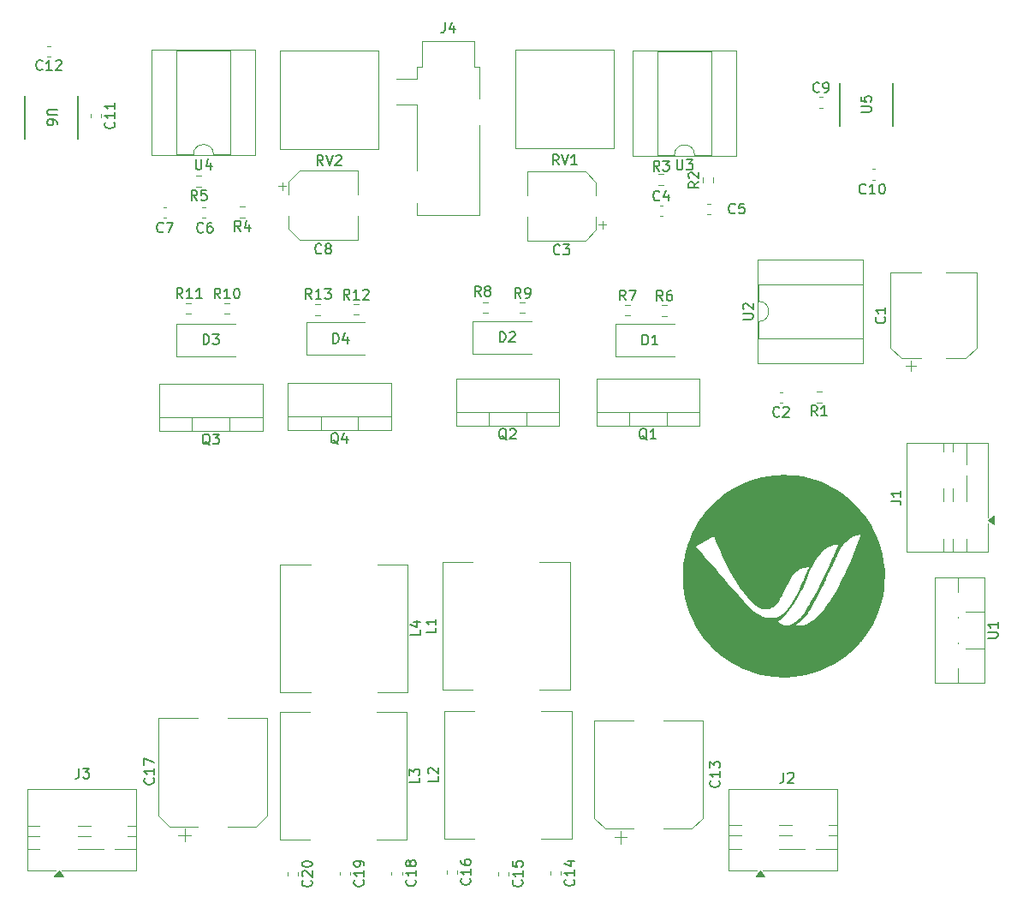
<source format=gbr>
%TF.GenerationSoftware,KiCad,Pcbnew,9.0.4*%
%TF.CreationDate,2025-09-07T12:41:53+05:30*%
%TF.ProjectId,STEREO  CLASS D AMP,53544552-454f-4202-9043-4c4153532044,rev?*%
%TF.SameCoordinates,Original*%
%TF.FileFunction,Legend,Top*%
%TF.FilePolarity,Positive*%
%FSLAX46Y46*%
G04 Gerber Fmt 4.6, Leading zero omitted, Abs format (unit mm)*
G04 Created by KiCad (PCBNEW 9.0.4) date 2025-09-07 12:41:53*
%MOMM*%
%LPD*%
G01*
G04 APERTURE LIST*
%ADD10C,0.150000*%
%ADD11C,0.120000*%
%ADD12C,0.152400*%
%ADD13C,0.000000*%
G04 APERTURE END LIST*
D10*
X131616069Y-131406666D02*
X131616069Y-131882856D01*
X131616069Y-131882856D02*
X130616069Y-131882856D01*
X130616069Y-131168570D02*
X130616069Y-130549523D01*
X130616069Y-130549523D02*
X130997021Y-130882856D01*
X130997021Y-130882856D02*
X130997021Y-130739999D01*
X130997021Y-130739999D02*
X131044640Y-130644761D01*
X131044640Y-130644761D02*
X131092259Y-130597142D01*
X131092259Y-130597142D02*
X131187497Y-130549523D01*
X131187497Y-130549523D02*
X131425592Y-130549523D01*
X131425592Y-130549523D02*
X131520830Y-130597142D01*
X131520830Y-130597142D02*
X131568450Y-130644761D01*
X131568450Y-130644761D02*
X131616069Y-130739999D01*
X131616069Y-130739999D02*
X131616069Y-131025713D01*
X131616069Y-131025713D02*
X131568450Y-131120951D01*
X131568450Y-131120951D02*
X131520830Y-131168570D01*
X123576011Y-98450057D02*
X123480773Y-98402438D01*
X123480773Y-98402438D02*
X123385535Y-98307200D01*
X123385535Y-98307200D02*
X123242678Y-98164342D01*
X123242678Y-98164342D02*
X123147440Y-98116723D01*
X123147440Y-98116723D02*
X123052202Y-98116723D01*
X123099821Y-98354819D02*
X123004583Y-98307200D01*
X123004583Y-98307200D02*
X122909345Y-98211961D01*
X122909345Y-98211961D02*
X122861726Y-98021485D01*
X122861726Y-98021485D02*
X122861726Y-97688152D01*
X122861726Y-97688152D02*
X122909345Y-97497676D01*
X122909345Y-97497676D02*
X123004583Y-97402438D01*
X123004583Y-97402438D02*
X123099821Y-97354819D01*
X123099821Y-97354819D02*
X123290297Y-97354819D01*
X123290297Y-97354819D02*
X123385535Y-97402438D01*
X123385535Y-97402438D02*
X123480773Y-97497676D01*
X123480773Y-97497676D02*
X123528392Y-97688152D01*
X123528392Y-97688152D02*
X123528392Y-98021485D01*
X123528392Y-98021485D02*
X123480773Y-98211961D01*
X123480773Y-98211961D02*
X123385535Y-98307200D01*
X123385535Y-98307200D02*
X123290297Y-98354819D01*
X123290297Y-98354819D02*
X123099821Y-98354819D01*
X124385535Y-97688152D02*
X124385535Y-98354819D01*
X124147440Y-97307200D02*
X123909345Y-98021485D01*
X123909345Y-98021485D02*
X124528392Y-98021485D01*
X110233155Y-88594819D02*
X110233155Y-87594819D01*
X110233155Y-87594819D02*
X110471250Y-87594819D01*
X110471250Y-87594819D02*
X110614107Y-87642438D01*
X110614107Y-87642438D02*
X110709345Y-87737676D01*
X110709345Y-87737676D02*
X110756964Y-87832914D01*
X110756964Y-87832914D02*
X110804583Y-88023390D01*
X110804583Y-88023390D02*
X110804583Y-88166247D01*
X110804583Y-88166247D02*
X110756964Y-88356723D01*
X110756964Y-88356723D02*
X110709345Y-88451961D01*
X110709345Y-88451961D02*
X110614107Y-88547200D01*
X110614107Y-88547200D02*
X110471250Y-88594819D01*
X110471250Y-88594819D02*
X110233155Y-88594819D01*
X111137917Y-87594819D02*
X111756964Y-87594819D01*
X111756964Y-87594819D02*
X111423631Y-87975771D01*
X111423631Y-87975771D02*
X111566488Y-87975771D01*
X111566488Y-87975771D02*
X111661726Y-88023390D01*
X111661726Y-88023390D02*
X111709345Y-88071009D01*
X111709345Y-88071009D02*
X111756964Y-88166247D01*
X111756964Y-88166247D02*
X111756964Y-88404342D01*
X111756964Y-88404342D02*
X111709345Y-88499580D01*
X111709345Y-88499580D02*
X111661726Y-88547200D01*
X111661726Y-88547200D02*
X111566488Y-88594819D01*
X111566488Y-88594819D02*
X111280774Y-88594819D01*
X111280774Y-88594819D02*
X111185536Y-88547200D01*
X111185536Y-88547200D02*
X111137917Y-88499580D01*
X133236069Y-116606666D02*
X133236069Y-117082856D01*
X133236069Y-117082856D02*
X132236069Y-117082856D01*
X133236069Y-115749523D02*
X133236069Y-116320951D01*
X133236069Y-116035237D02*
X132236069Y-116035237D01*
X132236069Y-116035237D02*
X132378926Y-116130475D01*
X132378926Y-116130475D02*
X132474164Y-116225713D01*
X132474164Y-116225713D02*
X132521783Y-116320951D01*
X126010830Y-141535357D02*
X126058450Y-141582976D01*
X126058450Y-141582976D02*
X126106069Y-141725833D01*
X126106069Y-141725833D02*
X126106069Y-141821071D01*
X126106069Y-141821071D02*
X126058450Y-141963928D01*
X126058450Y-141963928D02*
X125963211Y-142059166D01*
X125963211Y-142059166D02*
X125867973Y-142106785D01*
X125867973Y-142106785D02*
X125677497Y-142154404D01*
X125677497Y-142154404D02*
X125534640Y-142154404D01*
X125534640Y-142154404D02*
X125344164Y-142106785D01*
X125344164Y-142106785D02*
X125248926Y-142059166D01*
X125248926Y-142059166D02*
X125153688Y-141963928D01*
X125153688Y-141963928D02*
X125106069Y-141821071D01*
X125106069Y-141821071D02*
X125106069Y-141725833D01*
X125106069Y-141725833D02*
X125153688Y-141582976D01*
X125153688Y-141582976D02*
X125201307Y-141535357D01*
X126106069Y-140582976D02*
X126106069Y-141154404D01*
X126106069Y-140868690D02*
X125106069Y-140868690D01*
X125106069Y-140868690D02*
X125248926Y-140963928D01*
X125248926Y-140963928D02*
X125344164Y-141059166D01*
X125344164Y-141059166D02*
X125391783Y-141154404D01*
X126106069Y-140106785D02*
X126106069Y-139916309D01*
X126106069Y-139916309D02*
X126058450Y-139821071D01*
X126058450Y-139821071D02*
X126010830Y-139773452D01*
X126010830Y-139773452D02*
X125867973Y-139678214D01*
X125867973Y-139678214D02*
X125677497Y-139630595D01*
X125677497Y-139630595D02*
X125296545Y-139630595D01*
X125296545Y-139630595D02*
X125201307Y-139678214D01*
X125201307Y-139678214D02*
X125153688Y-139725833D01*
X125153688Y-139725833D02*
X125106069Y-139821071D01*
X125106069Y-139821071D02*
X125106069Y-140011547D01*
X125106069Y-140011547D02*
X125153688Y-140106785D01*
X125153688Y-140106785D02*
X125201307Y-140154404D01*
X125201307Y-140154404D02*
X125296545Y-140202023D01*
X125296545Y-140202023D02*
X125534640Y-140202023D01*
X125534640Y-140202023D02*
X125629878Y-140154404D01*
X125629878Y-140154404D02*
X125677497Y-140106785D01*
X125677497Y-140106785D02*
X125725116Y-140011547D01*
X125725116Y-140011547D02*
X125725116Y-139821071D01*
X125725116Y-139821071D02*
X125677497Y-139725833D01*
X125677497Y-139725833D02*
X125629878Y-139678214D01*
X125629878Y-139678214D02*
X125534640Y-139630595D01*
X106247083Y-77439580D02*
X106199464Y-77487200D01*
X106199464Y-77487200D02*
X106056607Y-77534819D01*
X106056607Y-77534819D02*
X105961369Y-77534819D01*
X105961369Y-77534819D02*
X105818512Y-77487200D01*
X105818512Y-77487200D02*
X105723274Y-77391961D01*
X105723274Y-77391961D02*
X105675655Y-77296723D01*
X105675655Y-77296723D02*
X105628036Y-77106247D01*
X105628036Y-77106247D02*
X105628036Y-76963390D01*
X105628036Y-76963390D02*
X105675655Y-76772914D01*
X105675655Y-76772914D02*
X105723274Y-76677676D01*
X105723274Y-76677676D02*
X105818512Y-76582438D01*
X105818512Y-76582438D02*
X105961369Y-76534819D01*
X105961369Y-76534819D02*
X106056607Y-76534819D01*
X106056607Y-76534819D02*
X106199464Y-76582438D01*
X106199464Y-76582438D02*
X106247083Y-76630057D01*
X106580417Y-76534819D02*
X107247083Y-76534819D01*
X107247083Y-76534819D02*
X106818512Y-77534819D01*
X109604583Y-74354819D02*
X109271250Y-73878628D01*
X109033155Y-74354819D02*
X109033155Y-73354819D01*
X109033155Y-73354819D02*
X109414107Y-73354819D01*
X109414107Y-73354819D02*
X109509345Y-73402438D01*
X109509345Y-73402438D02*
X109556964Y-73450057D01*
X109556964Y-73450057D02*
X109604583Y-73545295D01*
X109604583Y-73545295D02*
X109604583Y-73688152D01*
X109604583Y-73688152D02*
X109556964Y-73783390D01*
X109556964Y-73783390D02*
X109509345Y-73831009D01*
X109509345Y-73831009D02*
X109414107Y-73878628D01*
X109414107Y-73878628D02*
X109033155Y-73878628D01*
X110509345Y-73354819D02*
X110033155Y-73354819D01*
X110033155Y-73354819D02*
X109985536Y-73831009D01*
X109985536Y-73831009D02*
X110033155Y-73783390D01*
X110033155Y-73783390D02*
X110128393Y-73735771D01*
X110128393Y-73735771D02*
X110366488Y-73735771D01*
X110366488Y-73735771D02*
X110461726Y-73783390D01*
X110461726Y-73783390D02*
X110509345Y-73831009D01*
X110509345Y-73831009D02*
X110556964Y-73926247D01*
X110556964Y-73926247D02*
X110556964Y-74164342D01*
X110556964Y-74164342D02*
X110509345Y-74259580D01*
X110509345Y-74259580D02*
X110461726Y-74307200D01*
X110461726Y-74307200D02*
X110366488Y-74354819D01*
X110366488Y-74354819D02*
X110128393Y-74354819D01*
X110128393Y-74354819D02*
X110033155Y-74307200D01*
X110033155Y-74307200D02*
X109985536Y-74259580D01*
X141710830Y-141550357D02*
X141758450Y-141597976D01*
X141758450Y-141597976D02*
X141806069Y-141740833D01*
X141806069Y-141740833D02*
X141806069Y-141836071D01*
X141806069Y-141836071D02*
X141758450Y-141978928D01*
X141758450Y-141978928D02*
X141663211Y-142074166D01*
X141663211Y-142074166D02*
X141567973Y-142121785D01*
X141567973Y-142121785D02*
X141377497Y-142169404D01*
X141377497Y-142169404D02*
X141234640Y-142169404D01*
X141234640Y-142169404D02*
X141044164Y-142121785D01*
X141044164Y-142121785D02*
X140948926Y-142074166D01*
X140948926Y-142074166D02*
X140853688Y-141978928D01*
X140853688Y-141978928D02*
X140806069Y-141836071D01*
X140806069Y-141836071D02*
X140806069Y-141740833D01*
X140806069Y-141740833D02*
X140853688Y-141597976D01*
X140853688Y-141597976D02*
X140901307Y-141550357D01*
X141806069Y-140597976D02*
X141806069Y-141169404D01*
X141806069Y-140883690D02*
X140806069Y-140883690D01*
X140806069Y-140883690D02*
X140948926Y-140978928D01*
X140948926Y-140978928D02*
X141044164Y-141074166D01*
X141044164Y-141074166D02*
X141091783Y-141169404D01*
X140806069Y-139693214D02*
X140806069Y-140169404D01*
X140806069Y-140169404D02*
X141282259Y-140217023D01*
X141282259Y-140217023D02*
X141234640Y-140169404D01*
X141234640Y-140169404D02*
X141187021Y-140074166D01*
X141187021Y-140074166D02*
X141187021Y-139836071D01*
X141187021Y-139836071D02*
X141234640Y-139740833D01*
X141234640Y-139740833D02*
X141282259Y-139693214D01*
X141282259Y-139693214D02*
X141377497Y-139645595D01*
X141377497Y-139645595D02*
X141615592Y-139645595D01*
X141615592Y-139645595D02*
X141710830Y-139693214D01*
X141710830Y-139693214D02*
X141758450Y-139740833D01*
X141758450Y-139740833D02*
X141806069Y-139836071D01*
X141806069Y-139836071D02*
X141806069Y-140074166D01*
X141806069Y-140074166D02*
X141758450Y-140169404D01*
X141758450Y-140169404D02*
X141710830Y-140217023D01*
X111898392Y-84054819D02*
X111565059Y-83578628D01*
X111326964Y-84054819D02*
X111326964Y-83054819D01*
X111326964Y-83054819D02*
X111707916Y-83054819D01*
X111707916Y-83054819D02*
X111803154Y-83102438D01*
X111803154Y-83102438D02*
X111850773Y-83150057D01*
X111850773Y-83150057D02*
X111898392Y-83245295D01*
X111898392Y-83245295D02*
X111898392Y-83388152D01*
X111898392Y-83388152D02*
X111850773Y-83483390D01*
X111850773Y-83483390D02*
X111803154Y-83531009D01*
X111803154Y-83531009D02*
X111707916Y-83578628D01*
X111707916Y-83578628D02*
X111326964Y-83578628D01*
X112850773Y-84054819D02*
X112279345Y-84054819D01*
X112565059Y-84054819D02*
X112565059Y-83054819D01*
X112565059Y-83054819D02*
X112469821Y-83197676D01*
X112469821Y-83197676D02*
X112374583Y-83292914D01*
X112374583Y-83292914D02*
X112279345Y-83340533D01*
X113469821Y-83054819D02*
X113565059Y-83054819D01*
X113565059Y-83054819D02*
X113660297Y-83102438D01*
X113660297Y-83102438D02*
X113707916Y-83150057D01*
X113707916Y-83150057D02*
X113755535Y-83245295D01*
X113755535Y-83245295D02*
X113803154Y-83435771D01*
X113803154Y-83435771D02*
X113803154Y-83673866D01*
X113803154Y-83673866D02*
X113755535Y-83864342D01*
X113755535Y-83864342D02*
X113707916Y-83959580D01*
X113707916Y-83959580D02*
X113660297Y-84007200D01*
X113660297Y-84007200D02*
X113565059Y-84054819D01*
X113565059Y-84054819D02*
X113469821Y-84054819D01*
X113469821Y-84054819D02*
X113374583Y-84007200D01*
X113374583Y-84007200D02*
X113326964Y-83959580D01*
X113326964Y-83959580D02*
X113279345Y-83864342D01*
X113279345Y-83864342D02*
X113231726Y-83673866D01*
X113231726Y-83673866D02*
X113231726Y-83435771D01*
X113231726Y-83435771D02*
X113279345Y-83245295D01*
X113279345Y-83245295D02*
X113326964Y-83150057D01*
X113326964Y-83150057D02*
X113374583Y-83102438D01*
X113374583Y-83102438D02*
X113469821Y-83054819D01*
X167607916Y-130917319D02*
X167607916Y-131631604D01*
X167607916Y-131631604D02*
X167560297Y-131774461D01*
X167560297Y-131774461D02*
X167465059Y-131869700D01*
X167465059Y-131869700D02*
X167322202Y-131917319D01*
X167322202Y-131917319D02*
X167226964Y-131917319D01*
X168036488Y-131012557D02*
X168084107Y-130964938D01*
X168084107Y-130964938D02*
X168179345Y-130917319D01*
X168179345Y-130917319D02*
X168417440Y-130917319D01*
X168417440Y-130917319D02*
X168512678Y-130964938D01*
X168512678Y-130964938D02*
X168560297Y-131012557D01*
X168560297Y-131012557D02*
X168607916Y-131107795D01*
X168607916Y-131107795D02*
X168607916Y-131203033D01*
X168607916Y-131203033D02*
X168560297Y-131345890D01*
X168560297Y-131345890D02*
X167988869Y-131917319D01*
X167988869Y-131917319D02*
X168607916Y-131917319D01*
X140216011Y-98030057D02*
X140120773Y-97982438D01*
X140120773Y-97982438D02*
X140025535Y-97887200D01*
X140025535Y-97887200D02*
X139882678Y-97744342D01*
X139882678Y-97744342D02*
X139787440Y-97696723D01*
X139787440Y-97696723D02*
X139692202Y-97696723D01*
X139739821Y-97934819D02*
X139644583Y-97887200D01*
X139644583Y-97887200D02*
X139549345Y-97791961D01*
X139549345Y-97791961D02*
X139501726Y-97601485D01*
X139501726Y-97601485D02*
X139501726Y-97268152D01*
X139501726Y-97268152D02*
X139549345Y-97077676D01*
X139549345Y-97077676D02*
X139644583Y-96982438D01*
X139644583Y-96982438D02*
X139739821Y-96934819D01*
X139739821Y-96934819D02*
X139930297Y-96934819D01*
X139930297Y-96934819D02*
X140025535Y-96982438D01*
X140025535Y-96982438D02*
X140120773Y-97077676D01*
X140120773Y-97077676D02*
X140168392Y-97268152D01*
X140168392Y-97268152D02*
X140168392Y-97601485D01*
X140168392Y-97601485D02*
X140120773Y-97791961D01*
X140120773Y-97791961D02*
X140025535Y-97887200D01*
X140025535Y-97887200D02*
X139930297Y-97934819D01*
X139930297Y-97934819D02*
X139739821Y-97934819D01*
X140549345Y-97030057D02*
X140596964Y-96982438D01*
X140596964Y-96982438D02*
X140692202Y-96934819D01*
X140692202Y-96934819D02*
X140930297Y-96934819D01*
X140930297Y-96934819D02*
X141025535Y-96982438D01*
X141025535Y-96982438D02*
X141073154Y-97030057D01*
X141073154Y-97030057D02*
X141120773Y-97125295D01*
X141120773Y-97125295D02*
X141120773Y-97220533D01*
X141120773Y-97220533D02*
X141073154Y-97363390D01*
X141073154Y-97363390D02*
X140501726Y-97934819D01*
X140501726Y-97934819D02*
X141120773Y-97934819D01*
X177590830Y-85896666D02*
X177638450Y-85944285D01*
X177638450Y-85944285D02*
X177686069Y-86087142D01*
X177686069Y-86087142D02*
X177686069Y-86182380D01*
X177686069Y-86182380D02*
X177638450Y-86325237D01*
X177638450Y-86325237D02*
X177543211Y-86420475D01*
X177543211Y-86420475D02*
X177447973Y-86468094D01*
X177447973Y-86468094D02*
X177257497Y-86515713D01*
X177257497Y-86515713D02*
X177114640Y-86515713D01*
X177114640Y-86515713D02*
X176924164Y-86468094D01*
X176924164Y-86468094D02*
X176828926Y-86420475D01*
X176828926Y-86420475D02*
X176733688Y-86325237D01*
X176733688Y-86325237D02*
X176686069Y-86182380D01*
X176686069Y-86182380D02*
X176686069Y-86087142D01*
X176686069Y-86087142D02*
X176733688Y-85944285D01*
X176733688Y-85944285D02*
X176781307Y-85896666D01*
X177686069Y-84944285D02*
X177686069Y-85515713D01*
X177686069Y-85229999D02*
X176686069Y-85229999D01*
X176686069Y-85229999D02*
X176828926Y-85325237D01*
X176828926Y-85325237D02*
X176924164Y-85420475D01*
X176924164Y-85420475D02*
X176971783Y-85515713D01*
X162804583Y-75589580D02*
X162756964Y-75637200D01*
X162756964Y-75637200D02*
X162614107Y-75684819D01*
X162614107Y-75684819D02*
X162518869Y-75684819D01*
X162518869Y-75684819D02*
X162376012Y-75637200D01*
X162376012Y-75637200D02*
X162280774Y-75541961D01*
X162280774Y-75541961D02*
X162233155Y-75446723D01*
X162233155Y-75446723D02*
X162185536Y-75256247D01*
X162185536Y-75256247D02*
X162185536Y-75113390D01*
X162185536Y-75113390D02*
X162233155Y-74922914D01*
X162233155Y-74922914D02*
X162280774Y-74827676D01*
X162280774Y-74827676D02*
X162376012Y-74732438D01*
X162376012Y-74732438D02*
X162518869Y-74684819D01*
X162518869Y-74684819D02*
X162614107Y-74684819D01*
X162614107Y-74684819D02*
X162756964Y-74732438D01*
X162756964Y-74732438D02*
X162804583Y-74780057D01*
X163709345Y-74684819D02*
X163233155Y-74684819D01*
X163233155Y-74684819D02*
X163185536Y-75161009D01*
X163185536Y-75161009D02*
X163233155Y-75113390D01*
X163233155Y-75113390D02*
X163328393Y-75065771D01*
X163328393Y-75065771D02*
X163566488Y-75065771D01*
X163566488Y-75065771D02*
X163661726Y-75113390D01*
X163661726Y-75113390D02*
X163709345Y-75161009D01*
X163709345Y-75161009D02*
X163756964Y-75256247D01*
X163756964Y-75256247D02*
X163756964Y-75494342D01*
X163756964Y-75494342D02*
X163709345Y-75589580D01*
X163709345Y-75589580D02*
X163661726Y-75637200D01*
X163661726Y-75637200D02*
X163566488Y-75684819D01*
X163566488Y-75684819D02*
X163328393Y-75684819D01*
X163328393Y-75684819D02*
X163233155Y-75637200D01*
X163233155Y-75637200D02*
X163185536Y-75589580D01*
X153645655Y-88634819D02*
X153645655Y-87634819D01*
X153645655Y-87634819D02*
X153883750Y-87634819D01*
X153883750Y-87634819D02*
X154026607Y-87682438D01*
X154026607Y-87682438D02*
X154121845Y-87777676D01*
X154121845Y-87777676D02*
X154169464Y-87872914D01*
X154169464Y-87872914D02*
X154217083Y-88063390D01*
X154217083Y-88063390D02*
X154217083Y-88206247D01*
X154217083Y-88206247D02*
X154169464Y-88396723D01*
X154169464Y-88396723D02*
X154121845Y-88491961D01*
X154121845Y-88491961D02*
X154026607Y-88587200D01*
X154026607Y-88587200D02*
X153883750Y-88634819D01*
X153883750Y-88634819D02*
X153645655Y-88634819D01*
X155169464Y-88634819D02*
X154598036Y-88634819D01*
X154883750Y-88634819D02*
X154883750Y-87634819D01*
X154883750Y-87634819D02*
X154788512Y-87777676D01*
X154788512Y-87777676D02*
X154693274Y-87872914D01*
X154693274Y-87872914D02*
X154598036Y-87920533D01*
X155339583Y-74309580D02*
X155291964Y-74357200D01*
X155291964Y-74357200D02*
X155149107Y-74404819D01*
X155149107Y-74404819D02*
X155053869Y-74404819D01*
X155053869Y-74404819D02*
X154911012Y-74357200D01*
X154911012Y-74357200D02*
X154815774Y-74261961D01*
X154815774Y-74261961D02*
X154768155Y-74166723D01*
X154768155Y-74166723D02*
X154720536Y-73976247D01*
X154720536Y-73976247D02*
X154720536Y-73833390D01*
X154720536Y-73833390D02*
X154768155Y-73642914D01*
X154768155Y-73642914D02*
X154815774Y-73547676D01*
X154815774Y-73547676D02*
X154911012Y-73452438D01*
X154911012Y-73452438D02*
X155053869Y-73404819D01*
X155053869Y-73404819D02*
X155149107Y-73404819D01*
X155149107Y-73404819D02*
X155291964Y-73452438D01*
X155291964Y-73452438D02*
X155339583Y-73500057D01*
X156196726Y-73738152D02*
X156196726Y-74404819D01*
X155958631Y-73357200D02*
X155720536Y-74071485D01*
X155720536Y-74071485D02*
X156339583Y-74071485D01*
X120925892Y-84094819D02*
X120592559Y-83618628D01*
X120354464Y-84094819D02*
X120354464Y-83094819D01*
X120354464Y-83094819D02*
X120735416Y-83094819D01*
X120735416Y-83094819D02*
X120830654Y-83142438D01*
X120830654Y-83142438D02*
X120878273Y-83190057D01*
X120878273Y-83190057D02*
X120925892Y-83285295D01*
X120925892Y-83285295D02*
X120925892Y-83428152D01*
X120925892Y-83428152D02*
X120878273Y-83523390D01*
X120878273Y-83523390D02*
X120830654Y-83571009D01*
X120830654Y-83571009D02*
X120735416Y-83618628D01*
X120735416Y-83618628D02*
X120354464Y-83618628D01*
X121878273Y-84094819D02*
X121306845Y-84094819D01*
X121592559Y-84094819D02*
X121592559Y-83094819D01*
X121592559Y-83094819D02*
X121497321Y-83237676D01*
X121497321Y-83237676D02*
X121402083Y-83332914D01*
X121402083Y-83332914D02*
X121306845Y-83380533D01*
X122211607Y-83094819D02*
X122830654Y-83094819D01*
X122830654Y-83094819D02*
X122497321Y-83475771D01*
X122497321Y-83475771D02*
X122640178Y-83475771D01*
X122640178Y-83475771D02*
X122735416Y-83523390D01*
X122735416Y-83523390D02*
X122783035Y-83571009D01*
X122783035Y-83571009D02*
X122830654Y-83666247D01*
X122830654Y-83666247D02*
X122830654Y-83904342D01*
X122830654Y-83904342D02*
X122783035Y-83999580D01*
X122783035Y-83999580D02*
X122735416Y-84047200D01*
X122735416Y-84047200D02*
X122640178Y-84094819D01*
X122640178Y-84094819D02*
X122354464Y-84094819D01*
X122354464Y-84094819D02*
X122259226Y-84047200D01*
X122259226Y-84047200D02*
X122211607Y-83999580D01*
X97937916Y-130484819D02*
X97937916Y-131199104D01*
X97937916Y-131199104D02*
X97890297Y-131341961D01*
X97890297Y-131341961D02*
X97795059Y-131437200D01*
X97795059Y-131437200D02*
X97652202Y-131484819D01*
X97652202Y-131484819D02*
X97556964Y-131484819D01*
X98318869Y-130484819D02*
X98937916Y-130484819D01*
X98937916Y-130484819D02*
X98604583Y-130865771D01*
X98604583Y-130865771D02*
X98747440Y-130865771D01*
X98747440Y-130865771D02*
X98842678Y-130913390D01*
X98842678Y-130913390D02*
X98890297Y-130961009D01*
X98890297Y-130961009D02*
X98937916Y-131056247D01*
X98937916Y-131056247D02*
X98937916Y-131294342D01*
X98937916Y-131294342D02*
X98890297Y-131389580D01*
X98890297Y-131389580D02*
X98842678Y-131437200D01*
X98842678Y-131437200D02*
X98747440Y-131484819D01*
X98747440Y-131484819D02*
X98461726Y-131484819D01*
X98461726Y-131484819D02*
X98366488Y-131437200D01*
X98366488Y-131437200D02*
X98318869Y-131389580D01*
X113907083Y-77394819D02*
X113573750Y-76918628D01*
X113335655Y-77394819D02*
X113335655Y-76394819D01*
X113335655Y-76394819D02*
X113716607Y-76394819D01*
X113716607Y-76394819D02*
X113811845Y-76442438D01*
X113811845Y-76442438D02*
X113859464Y-76490057D01*
X113859464Y-76490057D02*
X113907083Y-76585295D01*
X113907083Y-76585295D02*
X113907083Y-76728152D01*
X113907083Y-76728152D02*
X113859464Y-76823390D01*
X113859464Y-76823390D02*
X113811845Y-76871009D01*
X113811845Y-76871009D02*
X113716607Y-76918628D01*
X113716607Y-76918628D02*
X113335655Y-76918628D01*
X114764226Y-76728152D02*
X114764226Y-77394819D01*
X114526131Y-76347200D02*
X114288036Y-77061485D01*
X114288036Y-77061485D02*
X114907083Y-77061485D01*
X110866011Y-98540057D02*
X110770773Y-98492438D01*
X110770773Y-98492438D02*
X110675535Y-98397200D01*
X110675535Y-98397200D02*
X110532678Y-98254342D01*
X110532678Y-98254342D02*
X110437440Y-98206723D01*
X110437440Y-98206723D02*
X110342202Y-98206723D01*
X110389821Y-98444819D02*
X110294583Y-98397200D01*
X110294583Y-98397200D02*
X110199345Y-98301961D01*
X110199345Y-98301961D02*
X110151726Y-98111485D01*
X110151726Y-98111485D02*
X110151726Y-97778152D01*
X110151726Y-97778152D02*
X110199345Y-97587676D01*
X110199345Y-97587676D02*
X110294583Y-97492438D01*
X110294583Y-97492438D02*
X110389821Y-97444819D01*
X110389821Y-97444819D02*
X110580297Y-97444819D01*
X110580297Y-97444819D02*
X110675535Y-97492438D01*
X110675535Y-97492438D02*
X110770773Y-97587676D01*
X110770773Y-97587676D02*
X110818392Y-97778152D01*
X110818392Y-97778152D02*
X110818392Y-98111485D01*
X110818392Y-98111485D02*
X110770773Y-98301961D01*
X110770773Y-98301961D02*
X110675535Y-98397200D01*
X110675535Y-98397200D02*
X110580297Y-98444819D01*
X110580297Y-98444819D02*
X110389821Y-98444819D01*
X111151726Y-97444819D02*
X111770773Y-97444819D01*
X111770773Y-97444819D02*
X111437440Y-97825771D01*
X111437440Y-97825771D02*
X111580297Y-97825771D01*
X111580297Y-97825771D02*
X111675535Y-97873390D01*
X111675535Y-97873390D02*
X111723154Y-97921009D01*
X111723154Y-97921009D02*
X111770773Y-98016247D01*
X111770773Y-98016247D02*
X111770773Y-98254342D01*
X111770773Y-98254342D02*
X111723154Y-98349580D01*
X111723154Y-98349580D02*
X111675535Y-98397200D01*
X111675535Y-98397200D02*
X111580297Y-98444819D01*
X111580297Y-98444819D02*
X111294583Y-98444819D01*
X111294583Y-98444819D02*
X111199345Y-98397200D01*
X111199345Y-98397200D02*
X111151726Y-98349580D01*
X145361011Y-70839819D02*
X145027678Y-70363628D01*
X144789583Y-70839819D02*
X144789583Y-69839819D01*
X144789583Y-69839819D02*
X145170535Y-69839819D01*
X145170535Y-69839819D02*
X145265773Y-69887438D01*
X145265773Y-69887438D02*
X145313392Y-69935057D01*
X145313392Y-69935057D02*
X145361011Y-70030295D01*
X145361011Y-70030295D02*
X145361011Y-70173152D01*
X145361011Y-70173152D02*
X145313392Y-70268390D01*
X145313392Y-70268390D02*
X145265773Y-70316009D01*
X145265773Y-70316009D02*
X145170535Y-70363628D01*
X145170535Y-70363628D02*
X144789583Y-70363628D01*
X145646726Y-69839819D02*
X145980059Y-70839819D01*
X145980059Y-70839819D02*
X146313392Y-69839819D01*
X147170535Y-70839819D02*
X146599107Y-70839819D01*
X146884821Y-70839819D02*
X146884821Y-69839819D01*
X146884821Y-69839819D02*
X146789583Y-69982676D01*
X146789583Y-69982676D02*
X146694345Y-70077914D01*
X146694345Y-70077914D02*
X146599107Y-70125533D01*
X134107916Y-56784819D02*
X134107916Y-57499104D01*
X134107916Y-57499104D02*
X134060297Y-57641961D01*
X134060297Y-57641961D02*
X133965059Y-57737200D01*
X133965059Y-57737200D02*
X133822202Y-57784819D01*
X133822202Y-57784819D02*
X133726964Y-57784819D01*
X135012678Y-57118152D02*
X135012678Y-57784819D01*
X134774583Y-56737200D02*
X134536488Y-57451485D01*
X134536488Y-57451485D02*
X135155535Y-57451485D01*
X171124583Y-63609580D02*
X171076964Y-63657200D01*
X171076964Y-63657200D02*
X170934107Y-63704819D01*
X170934107Y-63704819D02*
X170838869Y-63704819D01*
X170838869Y-63704819D02*
X170696012Y-63657200D01*
X170696012Y-63657200D02*
X170600774Y-63561961D01*
X170600774Y-63561961D02*
X170553155Y-63466723D01*
X170553155Y-63466723D02*
X170505536Y-63276247D01*
X170505536Y-63276247D02*
X170505536Y-63133390D01*
X170505536Y-63133390D02*
X170553155Y-62942914D01*
X170553155Y-62942914D02*
X170600774Y-62847676D01*
X170600774Y-62847676D02*
X170696012Y-62752438D01*
X170696012Y-62752438D02*
X170838869Y-62704819D01*
X170838869Y-62704819D02*
X170934107Y-62704819D01*
X170934107Y-62704819D02*
X171076964Y-62752438D01*
X171076964Y-62752438D02*
X171124583Y-62800057D01*
X171600774Y-63704819D02*
X171791250Y-63704819D01*
X171791250Y-63704819D02*
X171886488Y-63657200D01*
X171886488Y-63657200D02*
X171934107Y-63609580D01*
X171934107Y-63609580D02*
X172029345Y-63466723D01*
X172029345Y-63466723D02*
X172076964Y-63276247D01*
X172076964Y-63276247D02*
X172076964Y-62895295D01*
X172076964Y-62895295D02*
X172029345Y-62800057D01*
X172029345Y-62800057D02*
X171981726Y-62752438D01*
X171981726Y-62752438D02*
X171886488Y-62704819D01*
X171886488Y-62704819D02*
X171696012Y-62704819D01*
X171696012Y-62704819D02*
X171600774Y-62752438D01*
X171600774Y-62752438D02*
X171553155Y-62800057D01*
X171553155Y-62800057D02*
X171505536Y-62895295D01*
X171505536Y-62895295D02*
X171505536Y-63133390D01*
X171505536Y-63133390D02*
X171553155Y-63228628D01*
X171553155Y-63228628D02*
X171600774Y-63276247D01*
X171600774Y-63276247D02*
X171696012Y-63323866D01*
X171696012Y-63323866D02*
X171886488Y-63323866D01*
X171886488Y-63323866D02*
X171981726Y-63276247D01*
X171981726Y-63276247D02*
X172029345Y-63228628D01*
X172029345Y-63228628D02*
X172076964Y-63133390D01*
X146840830Y-141487857D02*
X146888450Y-141535476D01*
X146888450Y-141535476D02*
X146936069Y-141678333D01*
X146936069Y-141678333D02*
X146936069Y-141773571D01*
X146936069Y-141773571D02*
X146888450Y-141916428D01*
X146888450Y-141916428D02*
X146793211Y-142011666D01*
X146793211Y-142011666D02*
X146697973Y-142059285D01*
X146697973Y-142059285D02*
X146507497Y-142106904D01*
X146507497Y-142106904D02*
X146364640Y-142106904D01*
X146364640Y-142106904D02*
X146174164Y-142059285D01*
X146174164Y-142059285D02*
X146078926Y-142011666D01*
X146078926Y-142011666D02*
X145983688Y-141916428D01*
X145983688Y-141916428D02*
X145936069Y-141773571D01*
X145936069Y-141773571D02*
X145936069Y-141678333D01*
X145936069Y-141678333D02*
X145983688Y-141535476D01*
X145983688Y-141535476D02*
X146031307Y-141487857D01*
X146936069Y-140535476D02*
X146936069Y-141106904D01*
X146936069Y-140821190D02*
X145936069Y-140821190D01*
X145936069Y-140821190D02*
X146078926Y-140916428D01*
X146078926Y-140916428D02*
X146174164Y-141011666D01*
X146174164Y-141011666D02*
X146221783Y-141106904D01*
X146269402Y-139678333D02*
X146936069Y-139678333D01*
X145888450Y-139916428D02*
X146602735Y-140154523D01*
X146602735Y-140154523D02*
X146602735Y-139535476D01*
X131676069Y-116806666D02*
X131676069Y-117282856D01*
X131676069Y-117282856D02*
X130676069Y-117282856D01*
X131009402Y-116044761D02*
X131676069Y-116044761D01*
X130628450Y-116282856D02*
X131342735Y-116520951D01*
X131342735Y-116520951D02*
X131342735Y-115901904D01*
X154096011Y-98030057D02*
X154000773Y-97982438D01*
X154000773Y-97982438D02*
X153905535Y-97887200D01*
X153905535Y-97887200D02*
X153762678Y-97744342D01*
X153762678Y-97744342D02*
X153667440Y-97696723D01*
X153667440Y-97696723D02*
X153572202Y-97696723D01*
X153619821Y-97934819D02*
X153524583Y-97887200D01*
X153524583Y-97887200D02*
X153429345Y-97791961D01*
X153429345Y-97791961D02*
X153381726Y-97601485D01*
X153381726Y-97601485D02*
X153381726Y-97268152D01*
X153381726Y-97268152D02*
X153429345Y-97077676D01*
X153429345Y-97077676D02*
X153524583Y-96982438D01*
X153524583Y-96982438D02*
X153619821Y-96934819D01*
X153619821Y-96934819D02*
X153810297Y-96934819D01*
X153810297Y-96934819D02*
X153905535Y-96982438D01*
X153905535Y-96982438D02*
X154000773Y-97077676D01*
X154000773Y-97077676D02*
X154048392Y-97268152D01*
X154048392Y-97268152D02*
X154048392Y-97601485D01*
X154048392Y-97601485D02*
X154000773Y-97791961D01*
X154000773Y-97791961D02*
X153905535Y-97887200D01*
X153905535Y-97887200D02*
X153810297Y-97934819D01*
X153810297Y-97934819D02*
X153619821Y-97934819D01*
X155000773Y-97934819D02*
X154429345Y-97934819D01*
X154715059Y-97934819D02*
X154715059Y-96934819D01*
X154715059Y-96934819D02*
X154619821Y-97077676D01*
X154619821Y-97077676D02*
X154524583Y-97172914D01*
X154524583Y-97172914D02*
X154429345Y-97220533D01*
X175718392Y-73629580D02*
X175670773Y-73677200D01*
X175670773Y-73677200D02*
X175527916Y-73724819D01*
X175527916Y-73724819D02*
X175432678Y-73724819D01*
X175432678Y-73724819D02*
X175289821Y-73677200D01*
X175289821Y-73677200D02*
X175194583Y-73581961D01*
X175194583Y-73581961D02*
X175146964Y-73486723D01*
X175146964Y-73486723D02*
X175099345Y-73296247D01*
X175099345Y-73296247D02*
X175099345Y-73153390D01*
X175099345Y-73153390D02*
X175146964Y-72962914D01*
X175146964Y-72962914D02*
X175194583Y-72867676D01*
X175194583Y-72867676D02*
X175289821Y-72772438D01*
X175289821Y-72772438D02*
X175432678Y-72724819D01*
X175432678Y-72724819D02*
X175527916Y-72724819D01*
X175527916Y-72724819D02*
X175670773Y-72772438D01*
X175670773Y-72772438D02*
X175718392Y-72820057D01*
X176670773Y-73724819D02*
X176099345Y-73724819D01*
X176385059Y-73724819D02*
X176385059Y-72724819D01*
X176385059Y-72724819D02*
X176289821Y-72867676D01*
X176289821Y-72867676D02*
X176194583Y-72962914D01*
X176194583Y-72962914D02*
X176099345Y-73010533D01*
X177289821Y-72724819D02*
X177385059Y-72724819D01*
X177385059Y-72724819D02*
X177480297Y-72772438D01*
X177480297Y-72772438D02*
X177527916Y-72820057D01*
X177527916Y-72820057D02*
X177575535Y-72915295D01*
X177575535Y-72915295D02*
X177623154Y-73105771D01*
X177623154Y-73105771D02*
X177623154Y-73343866D01*
X177623154Y-73343866D02*
X177575535Y-73534342D01*
X177575535Y-73534342D02*
X177527916Y-73629580D01*
X177527916Y-73629580D02*
X177480297Y-73677200D01*
X177480297Y-73677200D02*
X177385059Y-73724819D01*
X177385059Y-73724819D02*
X177289821Y-73724819D01*
X177289821Y-73724819D02*
X177194583Y-73677200D01*
X177194583Y-73677200D02*
X177146964Y-73629580D01*
X177146964Y-73629580D02*
X177099345Y-73534342D01*
X177099345Y-73534342D02*
X177051726Y-73343866D01*
X177051726Y-73343866D02*
X177051726Y-73105771D01*
X177051726Y-73105771D02*
X177099345Y-72915295D01*
X177099345Y-72915295D02*
X177146964Y-72820057D01*
X177146964Y-72820057D02*
X177194583Y-72772438D01*
X177194583Y-72772438D02*
X177289821Y-72724819D01*
X122061011Y-70899819D02*
X121727678Y-70423628D01*
X121489583Y-70899819D02*
X121489583Y-69899819D01*
X121489583Y-69899819D02*
X121870535Y-69899819D01*
X121870535Y-69899819D02*
X121965773Y-69947438D01*
X121965773Y-69947438D02*
X122013392Y-69995057D01*
X122013392Y-69995057D02*
X122061011Y-70090295D01*
X122061011Y-70090295D02*
X122061011Y-70233152D01*
X122061011Y-70233152D02*
X122013392Y-70328390D01*
X122013392Y-70328390D02*
X121965773Y-70376009D01*
X121965773Y-70376009D02*
X121870535Y-70423628D01*
X121870535Y-70423628D02*
X121489583Y-70423628D01*
X122346726Y-69899819D02*
X122680059Y-70899819D01*
X122680059Y-70899819D02*
X123013392Y-69899819D01*
X123299107Y-69995057D02*
X123346726Y-69947438D01*
X123346726Y-69947438D02*
X123441964Y-69899819D01*
X123441964Y-69899819D02*
X123680059Y-69899819D01*
X123680059Y-69899819D02*
X123775297Y-69947438D01*
X123775297Y-69947438D02*
X123822916Y-69995057D01*
X123822916Y-69995057D02*
X123870535Y-70090295D01*
X123870535Y-70090295D02*
X123870535Y-70185533D01*
X123870535Y-70185533D02*
X123822916Y-70328390D01*
X123822916Y-70328390D02*
X123251488Y-70899819D01*
X123251488Y-70899819D02*
X123870535Y-70899819D01*
X170937083Y-95644819D02*
X170603750Y-95168628D01*
X170365655Y-95644819D02*
X170365655Y-94644819D01*
X170365655Y-94644819D02*
X170746607Y-94644819D01*
X170746607Y-94644819D02*
X170841845Y-94692438D01*
X170841845Y-94692438D02*
X170889464Y-94740057D01*
X170889464Y-94740057D02*
X170937083Y-94835295D01*
X170937083Y-94835295D02*
X170937083Y-94978152D01*
X170937083Y-94978152D02*
X170889464Y-95073390D01*
X170889464Y-95073390D02*
X170841845Y-95121009D01*
X170841845Y-95121009D02*
X170746607Y-95168628D01*
X170746607Y-95168628D02*
X170365655Y-95168628D01*
X171889464Y-95644819D02*
X171318036Y-95644819D01*
X171603750Y-95644819D02*
X171603750Y-94644819D01*
X171603750Y-94644819D02*
X171508512Y-94787676D01*
X171508512Y-94787676D02*
X171413274Y-94882914D01*
X171413274Y-94882914D02*
X171318036Y-94930533D01*
X110197083Y-77459580D02*
X110149464Y-77507200D01*
X110149464Y-77507200D02*
X110006607Y-77554819D01*
X110006607Y-77554819D02*
X109911369Y-77554819D01*
X109911369Y-77554819D02*
X109768512Y-77507200D01*
X109768512Y-77507200D02*
X109673274Y-77411961D01*
X109673274Y-77411961D02*
X109625655Y-77316723D01*
X109625655Y-77316723D02*
X109578036Y-77126247D01*
X109578036Y-77126247D02*
X109578036Y-76983390D01*
X109578036Y-76983390D02*
X109625655Y-76792914D01*
X109625655Y-76792914D02*
X109673274Y-76697676D01*
X109673274Y-76697676D02*
X109768512Y-76602438D01*
X109768512Y-76602438D02*
X109911369Y-76554819D01*
X109911369Y-76554819D02*
X110006607Y-76554819D01*
X110006607Y-76554819D02*
X110149464Y-76602438D01*
X110149464Y-76602438D02*
X110197083Y-76650057D01*
X111054226Y-76554819D02*
X110863750Y-76554819D01*
X110863750Y-76554819D02*
X110768512Y-76602438D01*
X110768512Y-76602438D02*
X110720893Y-76650057D01*
X110720893Y-76650057D02*
X110625655Y-76792914D01*
X110625655Y-76792914D02*
X110578036Y-76983390D01*
X110578036Y-76983390D02*
X110578036Y-77364342D01*
X110578036Y-77364342D02*
X110625655Y-77459580D01*
X110625655Y-77459580D02*
X110673274Y-77507200D01*
X110673274Y-77507200D02*
X110768512Y-77554819D01*
X110768512Y-77554819D02*
X110958988Y-77554819D01*
X110958988Y-77554819D02*
X111054226Y-77507200D01*
X111054226Y-77507200D02*
X111101845Y-77459580D01*
X111101845Y-77459580D02*
X111149464Y-77364342D01*
X111149464Y-77364342D02*
X111149464Y-77126247D01*
X111149464Y-77126247D02*
X111101845Y-77031009D01*
X111101845Y-77031009D02*
X111054226Y-76983390D01*
X111054226Y-76983390D02*
X110958988Y-76935771D01*
X110958988Y-76935771D02*
X110768512Y-76935771D01*
X110768512Y-76935771D02*
X110673274Y-76983390D01*
X110673274Y-76983390D02*
X110625655Y-77031009D01*
X110625655Y-77031009D02*
X110578036Y-77126247D01*
X108175892Y-84044819D02*
X107842559Y-83568628D01*
X107604464Y-84044819D02*
X107604464Y-83044819D01*
X107604464Y-83044819D02*
X107985416Y-83044819D01*
X107985416Y-83044819D02*
X108080654Y-83092438D01*
X108080654Y-83092438D02*
X108128273Y-83140057D01*
X108128273Y-83140057D02*
X108175892Y-83235295D01*
X108175892Y-83235295D02*
X108175892Y-83378152D01*
X108175892Y-83378152D02*
X108128273Y-83473390D01*
X108128273Y-83473390D02*
X108080654Y-83521009D01*
X108080654Y-83521009D02*
X107985416Y-83568628D01*
X107985416Y-83568628D02*
X107604464Y-83568628D01*
X109128273Y-84044819D02*
X108556845Y-84044819D01*
X108842559Y-84044819D02*
X108842559Y-83044819D01*
X108842559Y-83044819D02*
X108747321Y-83187676D01*
X108747321Y-83187676D02*
X108652083Y-83282914D01*
X108652083Y-83282914D02*
X108556845Y-83330533D01*
X110080654Y-84044819D02*
X109509226Y-84044819D01*
X109794940Y-84044819D02*
X109794940Y-83044819D01*
X109794940Y-83044819D02*
X109699702Y-83187676D01*
X109699702Y-83187676D02*
X109604464Y-83282914D01*
X109604464Y-83282914D02*
X109509226Y-83330533D01*
X133416069Y-131286666D02*
X133416069Y-131762856D01*
X133416069Y-131762856D02*
X132416069Y-131762856D01*
X132511307Y-131000951D02*
X132463688Y-130953332D01*
X132463688Y-130953332D02*
X132416069Y-130858094D01*
X132416069Y-130858094D02*
X132416069Y-130619999D01*
X132416069Y-130619999D02*
X132463688Y-130524761D01*
X132463688Y-130524761D02*
X132511307Y-130477142D01*
X132511307Y-130477142D02*
X132606545Y-130429523D01*
X132606545Y-130429523D02*
X132701783Y-130429523D01*
X132701783Y-130429523D02*
X132844640Y-130477142D01*
X132844640Y-130477142D02*
X133416069Y-131048570D01*
X133416069Y-131048570D02*
X133416069Y-130429523D01*
X151984583Y-84224819D02*
X151651250Y-83748628D01*
X151413155Y-84224819D02*
X151413155Y-83224819D01*
X151413155Y-83224819D02*
X151794107Y-83224819D01*
X151794107Y-83224819D02*
X151889345Y-83272438D01*
X151889345Y-83272438D02*
X151936964Y-83320057D01*
X151936964Y-83320057D02*
X151984583Y-83415295D01*
X151984583Y-83415295D02*
X151984583Y-83558152D01*
X151984583Y-83558152D02*
X151936964Y-83653390D01*
X151936964Y-83653390D02*
X151889345Y-83701009D01*
X151889345Y-83701009D02*
X151794107Y-83748628D01*
X151794107Y-83748628D02*
X151413155Y-83748628D01*
X152317917Y-83224819D02*
X152984583Y-83224819D01*
X152984583Y-83224819D02*
X152556012Y-84224819D01*
X145464583Y-79629580D02*
X145416964Y-79677200D01*
X145416964Y-79677200D02*
X145274107Y-79724819D01*
X145274107Y-79724819D02*
X145178869Y-79724819D01*
X145178869Y-79724819D02*
X145036012Y-79677200D01*
X145036012Y-79677200D02*
X144940774Y-79581961D01*
X144940774Y-79581961D02*
X144893155Y-79486723D01*
X144893155Y-79486723D02*
X144845536Y-79296247D01*
X144845536Y-79296247D02*
X144845536Y-79153390D01*
X144845536Y-79153390D02*
X144893155Y-78962914D01*
X144893155Y-78962914D02*
X144940774Y-78867676D01*
X144940774Y-78867676D02*
X145036012Y-78772438D01*
X145036012Y-78772438D02*
X145178869Y-78724819D01*
X145178869Y-78724819D02*
X145274107Y-78724819D01*
X145274107Y-78724819D02*
X145416964Y-78772438D01*
X145416964Y-78772438D02*
X145464583Y-78820057D01*
X145797917Y-78724819D02*
X146416964Y-78724819D01*
X146416964Y-78724819D02*
X146083631Y-79105771D01*
X146083631Y-79105771D02*
X146226488Y-79105771D01*
X146226488Y-79105771D02*
X146321726Y-79153390D01*
X146321726Y-79153390D02*
X146369345Y-79201009D01*
X146369345Y-79201009D02*
X146416964Y-79296247D01*
X146416964Y-79296247D02*
X146416964Y-79534342D01*
X146416964Y-79534342D02*
X146369345Y-79629580D01*
X146369345Y-79629580D02*
X146321726Y-79677200D01*
X146321726Y-79677200D02*
X146226488Y-79724819D01*
X146226488Y-79724819D02*
X145940774Y-79724819D01*
X145940774Y-79724819D02*
X145845536Y-79677200D01*
X145845536Y-79677200D02*
X145797917Y-79629580D01*
X155327083Y-71454819D02*
X154993750Y-70978628D01*
X154755655Y-71454819D02*
X154755655Y-70454819D01*
X154755655Y-70454819D02*
X155136607Y-70454819D01*
X155136607Y-70454819D02*
X155231845Y-70502438D01*
X155231845Y-70502438D02*
X155279464Y-70550057D01*
X155279464Y-70550057D02*
X155327083Y-70645295D01*
X155327083Y-70645295D02*
X155327083Y-70788152D01*
X155327083Y-70788152D02*
X155279464Y-70883390D01*
X155279464Y-70883390D02*
X155231845Y-70931009D01*
X155231845Y-70931009D02*
X155136607Y-70978628D01*
X155136607Y-70978628D02*
X154755655Y-70978628D01*
X155660417Y-70454819D02*
X156279464Y-70454819D01*
X156279464Y-70454819D02*
X155946131Y-70835771D01*
X155946131Y-70835771D02*
X156088988Y-70835771D01*
X156088988Y-70835771D02*
X156184226Y-70883390D01*
X156184226Y-70883390D02*
X156231845Y-70931009D01*
X156231845Y-70931009D02*
X156279464Y-71026247D01*
X156279464Y-71026247D02*
X156279464Y-71264342D01*
X156279464Y-71264342D02*
X156231845Y-71359580D01*
X156231845Y-71359580D02*
X156184226Y-71407200D01*
X156184226Y-71407200D02*
X156088988Y-71454819D01*
X156088988Y-71454819D02*
X155803274Y-71454819D01*
X155803274Y-71454819D02*
X155708036Y-71407200D01*
X155708036Y-71407200D02*
X155660417Y-71359580D01*
X109469345Y-70294819D02*
X109469345Y-71104342D01*
X109469345Y-71104342D02*
X109516964Y-71199580D01*
X109516964Y-71199580D02*
X109564583Y-71247200D01*
X109564583Y-71247200D02*
X109659821Y-71294819D01*
X109659821Y-71294819D02*
X109850297Y-71294819D01*
X109850297Y-71294819D02*
X109945535Y-71247200D01*
X109945535Y-71247200D02*
X109993154Y-71199580D01*
X109993154Y-71199580D02*
X110040773Y-71104342D01*
X110040773Y-71104342D02*
X110040773Y-70294819D01*
X110945535Y-70628152D02*
X110945535Y-71294819D01*
X110707440Y-70247200D02*
X110469345Y-70961485D01*
X110469345Y-70961485D02*
X111088392Y-70961485D01*
X121894583Y-79549580D02*
X121846964Y-79597200D01*
X121846964Y-79597200D02*
X121704107Y-79644819D01*
X121704107Y-79644819D02*
X121608869Y-79644819D01*
X121608869Y-79644819D02*
X121466012Y-79597200D01*
X121466012Y-79597200D02*
X121370774Y-79501961D01*
X121370774Y-79501961D02*
X121323155Y-79406723D01*
X121323155Y-79406723D02*
X121275536Y-79216247D01*
X121275536Y-79216247D02*
X121275536Y-79073390D01*
X121275536Y-79073390D02*
X121323155Y-78882914D01*
X121323155Y-78882914D02*
X121370774Y-78787676D01*
X121370774Y-78787676D02*
X121466012Y-78692438D01*
X121466012Y-78692438D02*
X121608869Y-78644819D01*
X121608869Y-78644819D02*
X121704107Y-78644819D01*
X121704107Y-78644819D02*
X121846964Y-78692438D01*
X121846964Y-78692438D02*
X121894583Y-78740057D01*
X122466012Y-79073390D02*
X122370774Y-79025771D01*
X122370774Y-79025771D02*
X122323155Y-78978152D01*
X122323155Y-78978152D02*
X122275536Y-78882914D01*
X122275536Y-78882914D02*
X122275536Y-78835295D01*
X122275536Y-78835295D02*
X122323155Y-78740057D01*
X122323155Y-78740057D02*
X122370774Y-78692438D01*
X122370774Y-78692438D02*
X122466012Y-78644819D01*
X122466012Y-78644819D02*
X122656488Y-78644819D01*
X122656488Y-78644819D02*
X122751726Y-78692438D01*
X122751726Y-78692438D02*
X122799345Y-78740057D01*
X122799345Y-78740057D02*
X122846964Y-78835295D01*
X122846964Y-78835295D02*
X122846964Y-78882914D01*
X122846964Y-78882914D02*
X122799345Y-78978152D01*
X122799345Y-78978152D02*
X122751726Y-79025771D01*
X122751726Y-79025771D02*
X122656488Y-79073390D01*
X122656488Y-79073390D02*
X122466012Y-79073390D01*
X122466012Y-79073390D02*
X122370774Y-79121009D01*
X122370774Y-79121009D02*
X122323155Y-79168628D01*
X122323155Y-79168628D02*
X122275536Y-79263866D01*
X122275536Y-79263866D02*
X122275536Y-79454342D01*
X122275536Y-79454342D02*
X122323155Y-79549580D01*
X122323155Y-79549580D02*
X122370774Y-79597200D01*
X122370774Y-79597200D02*
X122466012Y-79644819D01*
X122466012Y-79644819D02*
X122656488Y-79644819D01*
X122656488Y-79644819D02*
X122751726Y-79597200D01*
X122751726Y-79597200D02*
X122799345Y-79549580D01*
X122799345Y-79549580D02*
X122846964Y-79454342D01*
X122846964Y-79454342D02*
X122846964Y-79263866D01*
X122846964Y-79263866D02*
X122799345Y-79168628D01*
X122799345Y-79168628D02*
X122751726Y-79121009D01*
X122751726Y-79121009D02*
X122656488Y-79073390D01*
X155644583Y-84264819D02*
X155311250Y-83788628D01*
X155073155Y-84264819D02*
X155073155Y-83264819D01*
X155073155Y-83264819D02*
X155454107Y-83264819D01*
X155454107Y-83264819D02*
X155549345Y-83312438D01*
X155549345Y-83312438D02*
X155596964Y-83360057D01*
X155596964Y-83360057D02*
X155644583Y-83455295D01*
X155644583Y-83455295D02*
X155644583Y-83598152D01*
X155644583Y-83598152D02*
X155596964Y-83693390D01*
X155596964Y-83693390D02*
X155549345Y-83741009D01*
X155549345Y-83741009D02*
X155454107Y-83788628D01*
X155454107Y-83788628D02*
X155073155Y-83788628D01*
X156501726Y-83264819D02*
X156311250Y-83264819D01*
X156311250Y-83264819D02*
X156216012Y-83312438D01*
X156216012Y-83312438D02*
X156168393Y-83360057D01*
X156168393Y-83360057D02*
X156073155Y-83502914D01*
X156073155Y-83502914D02*
X156025536Y-83693390D01*
X156025536Y-83693390D02*
X156025536Y-84074342D01*
X156025536Y-84074342D02*
X156073155Y-84169580D01*
X156073155Y-84169580D02*
X156120774Y-84217200D01*
X156120774Y-84217200D02*
X156216012Y-84264819D01*
X156216012Y-84264819D02*
X156406488Y-84264819D01*
X156406488Y-84264819D02*
X156501726Y-84217200D01*
X156501726Y-84217200D02*
X156549345Y-84169580D01*
X156549345Y-84169580D02*
X156596964Y-84074342D01*
X156596964Y-84074342D02*
X156596964Y-83836247D01*
X156596964Y-83836247D02*
X156549345Y-83741009D01*
X156549345Y-83741009D02*
X156501726Y-83693390D01*
X156501726Y-83693390D02*
X156406488Y-83645771D01*
X156406488Y-83645771D02*
X156216012Y-83645771D01*
X156216012Y-83645771D02*
X156120774Y-83693390D01*
X156120774Y-83693390D02*
X156073155Y-83741009D01*
X156073155Y-83741009D02*
X156025536Y-83836247D01*
X94298392Y-61409580D02*
X94250773Y-61457200D01*
X94250773Y-61457200D02*
X94107916Y-61504819D01*
X94107916Y-61504819D02*
X94012678Y-61504819D01*
X94012678Y-61504819D02*
X93869821Y-61457200D01*
X93869821Y-61457200D02*
X93774583Y-61361961D01*
X93774583Y-61361961D02*
X93726964Y-61266723D01*
X93726964Y-61266723D02*
X93679345Y-61076247D01*
X93679345Y-61076247D02*
X93679345Y-60933390D01*
X93679345Y-60933390D02*
X93726964Y-60742914D01*
X93726964Y-60742914D02*
X93774583Y-60647676D01*
X93774583Y-60647676D02*
X93869821Y-60552438D01*
X93869821Y-60552438D02*
X94012678Y-60504819D01*
X94012678Y-60504819D02*
X94107916Y-60504819D01*
X94107916Y-60504819D02*
X94250773Y-60552438D01*
X94250773Y-60552438D02*
X94298392Y-60600057D01*
X95250773Y-61504819D02*
X94679345Y-61504819D01*
X94965059Y-61504819D02*
X94965059Y-60504819D01*
X94965059Y-60504819D02*
X94869821Y-60647676D01*
X94869821Y-60647676D02*
X94774583Y-60742914D01*
X94774583Y-60742914D02*
X94679345Y-60790533D01*
X95631726Y-60600057D02*
X95679345Y-60552438D01*
X95679345Y-60552438D02*
X95774583Y-60504819D01*
X95774583Y-60504819D02*
X96012678Y-60504819D01*
X96012678Y-60504819D02*
X96107916Y-60552438D01*
X96107916Y-60552438D02*
X96155535Y-60600057D01*
X96155535Y-60600057D02*
X96203154Y-60695295D01*
X96203154Y-60695295D02*
X96203154Y-60790533D01*
X96203154Y-60790533D02*
X96155535Y-60933390D01*
X96155535Y-60933390D02*
X95584107Y-61504819D01*
X95584107Y-61504819D02*
X96203154Y-61504819D01*
X120880830Y-141557857D02*
X120928450Y-141605476D01*
X120928450Y-141605476D02*
X120976069Y-141748333D01*
X120976069Y-141748333D02*
X120976069Y-141843571D01*
X120976069Y-141843571D02*
X120928450Y-141986428D01*
X120928450Y-141986428D02*
X120833211Y-142081666D01*
X120833211Y-142081666D02*
X120737973Y-142129285D01*
X120737973Y-142129285D02*
X120547497Y-142176904D01*
X120547497Y-142176904D02*
X120404640Y-142176904D01*
X120404640Y-142176904D02*
X120214164Y-142129285D01*
X120214164Y-142129285D02*
X120118926Y-142081666D01*
X120118926Y-142081666D02*
X120023688Y-141986428D01*
X120023688Y-141986428D02*
X119976069Y-141843571D01*
X119976069Y-141843571D02*
X119976069Y-141748333D01*
X119976069Y-141748333D02*
X120023688Y-141605476D01*
X120023688Y-141605476D02*
X120071307Y-141557857D01*
X120071307Y-141176904D02*
X120023688Y-141129285D01*
X120023688Y-141129285D02*
X119976069Y-141034047D01*
X119976069Y-141034047D02*
X119976069Y-140795952D01*
X119976069Y-140795952D02*
X120023688Y-140700714D01*
X120023688Y-140700714D02*
X120071307Y-140653095D01*
X120071307Y-140653095D02*
X120166545Y-140605476D01*
X120166545Y-140605476D02*
X120261783Y-140605476D01*
X120261783Y-140605476D02*
X120404640Y-140653095D01*
X120404640Y-140653095D02*
X120976069Y-141224523D01*
X120976069Y-141224523D02*
X120976069Y-140605476D01*
X119976069Y-139986428D02*
X119976069Y-139891190D01*
X119976069Y-139891190D02*
X120023688Y-139795952D01*
X120023688Y-139795952D02*
X120071307Y-139748333D01*
X120071307Y-139748333D02*
X120166545Y-139700714D01*
X120166545Y-139700714D02*
X120357021Y-139653095D01*
X120357021Y-139653095D02*
X120595116Y-139653095D01*
X120595116Y-139653095D02*
X120785592Y-139700714D01*
X120785592Y-139700714D02*
X120880830Y-139748333D01*
X120880830Y-139748333D02*
X120928450Y-139795952D01*
X120928450Y-139795952D02*
X120976069Y-139891190D01*
X120976069Y-139891190D02*
X120976069Y-139986428D01*
X120976069Y-139986428D02*
X120928450Y-140081666D01*
X120928450Y-140081666D02*
X120880830Y-140129285D01*
X120880830Y-140129285D02*
X120785592Y-140176904D01*
X120785592Y-140176904D02*
X120595116Y-140224523D01*
X120595116Y-140224523D02*
X120357021Y-140224523D01*
X120357021Y-140224523D02*
X120166545Y-140176904D01*
X120166545Y-140176904D02*
X120071307Y-140129285D01*
X120071307Y-140129285D02*
X120023688Y-140081666D01*
X120023688Y-140081666D02*
X119976069Y-139986428D01*
X178213569Y-104058333D02*
X178927854Y-104058333D01*
X178927854Y-104058333D02*
X179070711Y-104105952D01*
X179070711Y-104105952D02*
X179165950Y-104201190D01*
X179165950Y-104201190D02*
X179213569Y-104344047D01*
X179213569Y-104344047D02*
X179213569Y-104439285D01*
X179213569Y-103058333D02*
X179213569Y-103629761D01*
X179213569Y-103344047D02*
X178213569Y-103344047D01*
X178213569Y-103344047D02*
X178356426Y-103439285D01*
X178356426Y-103439285D02*
X178451664Y-103534523D01*
X178451664Y-103534523D02*
X178499283Y-103629761D01*
X163586069Y-86101904D02*
X164395592Y-86101904D01*
X164395592Y-86101904D02*
X164490830Y-86054285D01*
X164490830Y-86054285D02*
X164538450Y-86006666D01*
X164538450Y-86006666D02*
X164586069Y-85911428D01*
X164586069Y-85911428D02*
X164586069Y-85720952D01*
X164586069Y-85720952D02*
X164538450Y-85625714D01*
X164538450Y-85625714D02*
X164490830Y-85578095D01*
X164490830Y-85578095D02*
X164395592Y-85530476D01*
X164395592Y-85530476D02*
X163586069Y-85530476D01*
X163681307Y-85101904D02*
X163633688Y-85054285D01*
X163633688Y-85054285D02*
X163586069Y-84959047D01*
X163586069Y-84959047D02*
X163586069Y-84720952D01*
X163586069Y-84720952D02*
X163633688Y-84625714D01*
X163633688Y-84625714D02*
X163681307Y-84578095D01*
X163681307Y-84578095D02*
X163776545Y-84530476D01*
X163776545Y-84530476D02*
X163871783Y-84530476D01*
X163871783Y-84530476D02*
X164014640Y-84578095D01*
X164014640Y-84578095D02*
X164586069Y-85149523D01*
X164586069Y-85149523D02*
X164586069Y-84530476D01*
X139533155Y-88354819D02*
X139533155Y-87354819D01*
X139533155Y-87354819D02*
X139771250Y-87354819D01*
X139771250Y-87354819D02*
X139914107Y-87402438D01*
X139914107Y-87402438D02*
X140009345Y-87497676D01*
X140009345Y-87497676D02*
X140056964Y-87592914D01*
X140056964Y-87592914D02*
X140104583Y-87783390D01*
X140104583Y-87783390D02*
X140104583Y-87926247D01*
X140104583Y-87926247D02*
X140056964Y-88116723D01*
X140056964Y-88116723D02*
X140009345Y-88211961D01*
X140009345Y-88211961D02*
X139914107Y-88307200D01*
X139914107Y-88307200D02*
X139771250Y-88354819D01*
X139771250Y-88354819D02*
X139533155Y-88354819D01*
X140485536Y-87450057D02*
X140533155Y-87402438D01*
X140533155Y-87402438D02*
X140628393Y-87354819D01*
X140628393Y-87354819D02*
X140866488Y-87354819D01*
X140866488Y-87354819D02*
X140961726Y-87402438D01*
X140961726Y-87402438D02*
X141009345Y-87450057D01*
X141009345Y-87450057D02*
X141056964Y-87545295D01*
X141056964Y-87545295D02*
X141056964Y-87640533D01*
X141056964Y-87640533D02*
X141009345Y-87783390D01*
X141009345Y-87783390D02*
X140437917Y-88354819D01*
X140437917Y-88354819D02*
X141056964Y-88354819D01*
X187796069Y-117596904D02*
X188605592Y-117596904D01*
X188605592Y-117596904D02*
X188700830Y-117549285D01*
X188700830Y-117549285D02*
X188748450Y-117501666D01*
X188748450Y-117501666D02*
X188796069Y-117406428D01*
X188796069Y-117406428D02*
X188796069Y-117215952D01*
X188796069Y-117215952D02*
X188748450Y-117120714D01*
X188748450Y-117120714D02*
X188700830Y-117073095D01*
X188700830Y-117073095D02*
X188605592Y-117025476D01*
X188605592Y-117025476D02*
X187796069Y-117025476D01*
X188796069Y-116025476D02*
X188796069Y-116596904D01*
X188796069Y-116311190D02*
X187796069Y-116311190D01*
X187796069Y-116311190D02*
X187938926Y-116406428D01*
X187938926Y-116406428D02*
X188034164Y-116501666D01*
X188034164Y-116501666D02*
X188081783Y-116596904D01*
X124685892Y-84154819D02*
X124352559Y-83678628D01*
X124114464Y-84154819D02*
X124114464Y-83154819D01*
X124114464Y-83154819D02*
X124495416Y-83154819D01*
X124495416Y-83154819D02*
X124590654Y-83202438D01*
X124590654Y-83202438D02*
X124638273Y-83250057D01*
X124638273Y-83250057D02*
X124685892Y-83345295D01*
X124685892Y-83345295D02*
X124685892Y-83488152D01*
X124685892Y-83488152D02*
X124638273Y-83583390D01*
X124638273Y-83583390D02*
X124590654Y-83631009D01*
X124590654Y-83631009D02*
X124495416Y-83678628D01*
X124495416Y-83678628D02*
X124114464Y-83678628D01*
X125638273Y-84154819D02*
X125066845Y-84154819D01*
X125352559Y-84154819D02*
X125352559Y-83154819D01*
X125352559Y-83154819D02*
X125257321Y-83297676D01*
X125257321Y-83297676D02*
X125162083Y-83392914D01*
X125162083Y-83392914D02*
X125066845Y-83440533D01*
X126019226Y-83250057D02*
X126066845Y-83202438D01*
X126066845Y-83202438D02*
X126162083Y-83154819D01*
X126162083Y-83154819D02*
X126400178Y-83154819D01*
X126400178Y-83154819D02*
X126495416Y-83202438D01*
X126495416Y-83202438D02*
X126543035Y-83250057D01*
X126543035Y-83250057D02*
X126590654Y-83345295D01*
X126590654Y-83345295D02*
X126590654Y-83440533D01*
X126590654Y-83440533D02*
X126543035Y-83583390D01*
X126543035Y-83583390D02*
X125971607Y-84154819D01*
X125971607Y-84154819D02*
X126590654Y-84154819D01*
X137647083Y-83844819D02*
X137313750Y-83368628D01*
X137075655Y-83844819D02*
X137075655Y-82844819D01*
X137075655Y-82844819D02*
X137456607Y-82844819D01*
X137456607Y-82844819D02*
X137551845Y-82892438D01*
X137551845Y-82892438D02*
X137599464Y-82940057D01*
X137599464Y-82940057D02*
X137647083Y-83035295D01*
X137647083Y-83035295D02*
X137647083Y-83178152D01*
X137647083Y-83178152D02*
X137599464Y-83273390D01*
X137599464Y-83273390D02*
X137551845Y-83321009D01*
X137551845Y-83321009D02*
X137456607Y-83368628D01*
X137456607Y-83368628D02*
X137075655Y-83368628D01*
X138218512Y-83273390D02*
X138123274Y-83225771D01*
X138123274Y-83225771D02*
X138075655Y-83178152D01*
X138075655Y-83178152D02*
X138028036Y-83082914D01*
X138028036Y-83082914D02*
X138028036Y-83035295D01*
X138028036Y-83035295D02*
X138075655Y-82940057D01*
X138075655Y-82940057D02*
X138123274Y-82892438D01*
X138123274Y-82892438D02*
X138218512Y-82844819D01*
X138218512Y-82844819D02*
X138408988Y-82844819D01*
X138408988Y-82844819D02*
X138504226Y-82892438D01*
X138504226Y-82892438D02*
X138551845Y-82940057D01*
X138551845Y-82940057D02*
X138599464Y-83035295D01*
X138599464Y-83035295D02*
X138599464Y-83082914D01*
X138599464Y-83082914D02*
X138551845Y-83178152D01*
X138551845Y-83178152D02*
X138504226Y-83225771D01*
X138504226Y-83225771D02*
X138408988Y-83273390D01*
X138408988Y-83273390D02*
X138218512Y-83273390D01*
X138218512Y-83273390D02*
X138123274Y-83321009D01*
X138123274Y-83321009D02*
X138075655Y-83368628D01*
X138075655Y-83368628D02*
X138028036Y-83463866D01*
X138028036Y-83463866D02*
X138028036Y-83654342D01*
X138028036Y-83654342D02*
X138075655Y-83749580D01*
X138075655Y-83749580D02*
X138123274Y-83797200D01*
X138123274Y-83797200D02*
X138218512Y-83844819D01*
X138218512Y-83844819D02*
X138408988Y-83844819D01*
X138408988Y-83844819D02*
X138504226Y-83797200D01*
X138504226Y-83797200D02*
X138551845Y-83749580D01*
X138551845Y-83749580D02*
X138599464Y-83654342D01*
X138599464Y-83654342D02*
X138599464Y-83463866D01*
X138599464Y-83463866D02*
X138551845Y-83368628D01*
X138551845Y-83368628D02*
X138504226Y-83321009D01*
X138504226Y-83321009D02*
X138408988Y-83273390D01*
X157049345Y-70334819D02*
X157049345Y-71144342D01*
X157049345Y-71144342D02*
X157096964Y-71239580D01*
X157096964Y-71239580D02*
X157144583Y-71287200D01*
X157144583Y-71287200D02*
X157239821Y-71334819D01*
X157239821Y-71334819D02*
X157430297Y-71334819D01*
X157430297Y-71334819D02*
X157525535Y-71287200D01*
X157525535Y-71287200D02*
X157573154Y-71239580D01*
X157573154Y-71239580D02*
X157620773Y-71144342D01*
X157620773Y-71144342D02*
X157620773Y-70334819D01*
X158001726Y-70334819D02*
X158620773Y-70334819D01*
X158620773Y-70334819D02*
X158287440Y-70715771D01*
X158287440Y-70715771D02*
X158430297Y-70715771D01*
X158430297Y-70715771D02*
X158525535Y-70763390D01*
X158525535Y-70763390D02*
X158573154Y-70811009D01*
X158573154Y-70811009D02*
X158620773Y-70906247D01*
X158620773Y-70906247D02*
X158620773Y-71144342D01*
X158620773Y-71144342D02*
X158573154Y-71239580D01*
X158573154Y-71239580D02*
X158525535Y-71287200D01*
X158525535Y-71287200D02*
X158430297Y-71334819D01*
X158430297Y-71334819D02*
X158144583Y-71334819D01*
X158144583Y-71334819D02*
X158049345Y-71287200D01*
X158049345Y-71287200D02*
X158001726Y-71239580D01*
X101370830Y-66645357D02*
X101418450Y-66692976D01*
X101418450Y-66692976D02*
X101466069Y-66835833D01*
X101466069Y-66835833D02*
X101466069Y-66931071D01*
X101466069Y-66931071D02*
X101418450Y-67073928D01*
X101418450Y-67073928D02*
X101323211Y-67169166D01*
X101323211Y-67169166D02*
X101227973Y-67216785D01*
X101227973Y-67216785D02*
X101037497Y-67264404D01*
X101037497Y-67264404D02*
X100894640Y-67264404D01*
X100894640Y-67264404D02*
X100704164Y-67216785D01*
X100704164Y-67216785D02*
X100608926Y-67169166D01*
X100608926Y-67169166D02*
X100513688Y-67073928D01*
X100513688Y-67073928D02*
X100466069Y-66931071D01*
X100466069Y-66931071D02*
X100466069Y-66835833D01*
X100466069Y-66835833D02*
X100513688Y-66692976D01*
X100513688Y-66692976D02*
X100561307Y-66645357D01*
X101466069Y-65692976D02*
X101466069Y-66264404D01*
X101466069Y-65978690D02*
X100466069Y-65978690D01*
X100466069Y-65978690D02*
X100608926Y-66073928D01*
X100608926Y-66073928D02*
X100704164Y-66169166D01*
X100704164Y-66169166D02*
X100751783Y-66264404D01*
X101466069Y-64740595D02*
X101466069Y-65312023D01*
X101466069Y-65026309D02*
X100466069Y-65026309D01*
X100466069Y-65026309D02*
X100608926Y-65121547D01*
X100608926Y-65121547D02*
X100704164Y-65216785D01*
X100704164Y-65216785D02*
X100751783Y-65312023D01*
X167187083Y-95659580D02*
X167139464Y-95707200D01*
X167139464Y-95707200D02*
X166996607Y-95754819D01*
X166996607Y-95754819D02*
X166901369Y-95754819D01*
X166901369Y-95754819D02*
X166758512Y-95707200D01*
X166758512Y-95707200D02*
X166663274Y-95611961D01*
X166663274Y-95611961D02*
X166615655Y-95516723D01*
X166615655Y-95516723D02*
X166568036Y-95326247D01*
X166568036Y-95326247D02*
X166568036Y-95183390D01*
X166568036Y-95183390D02*
X166615655Y-94992914D01*
X166615655Y-94992914D02*
X166663274Y-94897676D01*
X166663274Y-94897676D02*
X166758512Y-94802438D01*
X166758512Y-94802438D02*
X166901369Y-94754819D01*
X166901369Y-94754819D02*
X166996607Y-94754819D01*
X166996607Y-94754819D02*
X167139464Y-94802438D01*
X167139464Y-94802438D02*
X167187083Y-94850057D01*
X167568036Y-94850057D02*
X167615655Y-94802438D01*
X167615655Y-94802438D02*
X167710893Y-94754819D01*
X167710893Y-94754819D02*
X167948988Y-94754819D01*
X167948988Y-94754819D02*
X168044226Y-94802438D01*
X168044226Y-94802438D02*
X168091845Y-94850057D01*
X168091845Y-94850057D02*
X168139464Y-94945295D01*
X168139464Y-94945295D02*
X168139464Y-95040533D01*
X168139464Y-95040533D02*
X168091845Y-95183390D01*
X168091845Y-95183390D02*
X167520417Y-95754819D01*
X167520417Y-95754819D02*
X168139464Y-95754819D01*
X175276069Y-65631904D02*
X176085592Y-65631904D01*
X176085592Y-65631904D02*
X176180830Y-65584285D01*
X176180830Y-65584285D02*
X176228450Y-65536666D01*
X176228450Y-65536666D02*
X176276069Y-65441428D01*
X176276069Y-65441428D02*
X176276069Y-65250952D01*
X176276069Y-65250952D02*
X176228450Y-65155714D01*
X176228450Y-65155714D02*
X176180830Y-65108095D01*
X176180830Y-65108095D02*
X176085592Y-65060476D01*
X176085592Y-65060476D02*
X175276069Y-65060476D01*
X175276069Y-64108095D02*
X175276069Y-64584285D01*
X175276069Y-64584285D02*
X175752259Y-64631904D01*
X175752259Y-64631904D02*
X175704640Y-64584285D01*
X175704640Y-64584285D02*
X175657021Y-64489047D01*
X175657021Y-64489047D02*
X175657021Y-64250952D01*
X175657021Y-64250952D02*
X175704640Y-64155714D01*
X175704640Y-64155714D02*
X175752259Y-64108095D01*
X175752259Y-64108095D02*
X175847497Y-64060476D01*
X175847497Y-64060476D02*
X176085592Y-64060476D01*
X176085592Y-64060476D02*
X176180830Y-64108095D01*
X176180830Y-64108095D02*
X176228450Y-64155714D01*
X176228450Y-64155714D02*
X176276069Y-64250952D01*
X176276069Y-64250952D02*
X176276069Y-64489047D01*
X176276069Y-64489047D02*
X176228450Y-64584285D01*
X176228450Y-64584285D02*
X176180830Y-64631904D01*
X159206069Y-72536666D02*
X158729878Y-72869999D01*
X159206069Y-73108094D02*
X158206069Y-73108094D01*
X158206069Y-73108094D02*
X158206069Y-72727142D01*
X158206069Y-72727142D02*
X158253688Y-72631904D01*
X158253688Y-72631904D02*
X158301307Y-72584285D01*
X158301307Y-72584285D02*
X158396545Y-72536666D01*
X158396545Y-72536666D02*
X158539402Y-72536666D01*
X158539402Y-72536666D02*
X158634640Y-72584285D01*
X158634640Y-72584285D02*
X158682259Y-72631904D01*
X158682259Y-72631904D02*
X158729878Y-72727142D01*
X158729878Y-72727142D02*
X158729878Y-73108094D01*
X158301307Y-72155713D02*
X158253688Y-72108094D01*
X158253688Y-72108094D02*
X158206069Y-72012856D01*
X158206069Y-72012856D02*
X158206069Y-71774761D01*
X158206069Y-71774761D02*
X158253688Y-71679523D01*
X158253688Y-71679523D02*
X158301307Y-71631904D01*
X158301307Y-71631904D02*
X158396545Y-71584285D01*
X158396545Y-71584285D02*
X158491783Y-71584285D01*
X158491783Y-71584285D02*
X158634640Y-71631904D01*
X158634640Y-71631904D02*
X159206069Y-72203332D01*
X159206069Y-72203332D02*
X159206069Y-71584285D01*
X123040655Y-88484819D02*
X123040655Y-87484819D01*
X123040655Y-87484819D02*
X123278750Y-87484819D01*
X123278750Y-87484819D02*
X123421607Y-87532438D01*
X123421607Y-87532438D02*
X123516845Y-87627676D01*
X123516845Y-87627676D02*
X123564464Y-87722914D01*
X123564464Y-87722914D02*
X123612083Y-87913390D01*
X123612083Y-87913390D02*
X123612083Y-88056247D01*
X123612083Y-88056247D02*
X123564464Y-88246723D01*
X123564464Y-88246723D02*
X123516845Y-88341961D01*
X123516845Y-88341961D02*
X123421607Y-88437200D01*
X123421607Y-88437200D02*
X123278750Y-88484819D01*
X123278750Y-88484819D02*
X123040655Y-88484819D01*
X124469226Y-87818152D02*
X124469226Y-88484819D01*
X124231131Y-87437200D02*
X123993036Y-88151485D01*
X123993036Y-88151485D02*
X124612083Y-88151485D01*
X131140830Y-141505357D02*
X131188450Y-141552976D01*
X131188450Y-141552976D02*
X131236069Y-141695833D01*
X131236069Y-141695833D02*
X131236069Y-141791071D01*
X131236069Y-141791071D02*
X131188450Y-141933928D01*
X131188450Y-141933928D02*
X131093211Y-142029166D01*
X131093211Y-142029166D02*
X130997973Y-142076785D01*
X130997973Y-142076785D02*
X130807497Y-142124404D01*
X130807497Y-142124404D02*
X130664640Y-142124404D01*
X130664640Y-142124404D02*
X130474164Y-142076785D01*
X130474164Y-142076785D02*
X130378926Y-142029166D01*
X130378926Y-142029166D02*
X130283688Y-141933928D01*
X130283688Y-141933928D02*
X130236069Y-141791071D01*
X130236069Y-141791071D02*
X130236069Y-141695833D01*
X130236069Y-141695833D02*
X130283688Y-141552976D01*
X130283688Y-141552976D02*
X130331307Y-141505357D01*
X131236069Y-140552976D02*
X131236069Y-141124404D01*
X131236069Y-140838690D02*
X130236069Y-140838690D01*
X130236069Y-140838690D02*
X130378926Y-140933928D01*
X130378926Y-140933928D02*
X130474164Y-141029166D01*
X130474164Y-141029166D02*
X130521783Y-141124404D01*
X130664640Y-139981547D02*
X130617021Y-140076785D01*
X130617021Y-140076785D02*
X130569402Y-140124404D01*
X130569402Y-140124404D02*
X130474164Y-140172023D01*
X130474164Y-140172023D02*
X130426545Y-140172023D01*
X130426545Y-140172023D02*
X130331307Y-140124404D01*
X130331307Y-140124404D02*
X130283688Y-140076785D01*
X130283688Y-140076785D02*
X130236069Y-139981547D01*
X130236069Y-139981547D02*
X130236069Y-139791071D01*
X130236069Y-139791071D02*
X130283688Y-139695833D01*
X130283688Y-139695833D02*
X130331307Y-139648214D01*
X130331307Y-139648214D02*
X130426545Y-139600595D01*
X130426545Y-139600595D02*
X130474164Y-139600595D01*
X130474164Y-139600595D02*
X130569402Y-139648214D01*
X130569402Y-139648214D02*
X130617021Y-139695833D01*
X130617021Y-139695833D02*
X130664640Y-139791071D01*
X130664640Y-139791071D02*
X130664640Y-139981547D01*
X130664640Y-139981547D02*
X130712259Y-140076785D01*
X130712259Y-140076785D02*
X130759878Y-140124404D01*
X130759878Y-140124404D02*
X130855116Y-140172023D01*
X130855116Y-140172023D02*
X131045592Y-140172023D01*
X131045592Y-140172023D02*
X131140830Y-140124404D01*
X131140830Y-140124404D02*
X131188450Y-140076785D01*
X131188450Y-140076785D02*
X131236069Y-139981547D01*
X131236069Y-139981547D02*
X131236069Y-139791071D01*
X131236069Y-139791071D02*
X131188450Y-139695833D01*
X131188450Y-139695833D02*
X131140830Y-139648214D01*
X131140830Y-139648214D02*
X131045592Y-139600595D01*
X131045592Y-139600595D02*
X130855116Y-139600595D01*
X130855116Y-139600595D02*
X130759878Y-139648214D01*
X130759878Y-139648214D02*
X130712259Y-139695833D01*
X130712259Y-139695833D02*
X130664640Y-139791071D01*
X95766430Y-65368095D02*
X94956907Y-65368095D01*
X94956907Y-65368095D02*
X94861669Y-65415714D01*
X94861669Y-65415714D02*
X94814050Y-65463333D01*
X94814050Y-65463333D02*
X94766430Y-65558571D01*
X94766430Y-65558571D02*
X94766430Y-65749047D01*
X94766430Y-65749047D02*
X94814050Y-65844285D01*
X94814050Y-65844285D02*
X94861669Y-65891904D01*
X94861669Y-65891904D02*
X94956907Y-65939523D01*
X94956907Y-65939523D02*
X95766430Y-65939523D01*
X95766430Y-66844285D02*
X95766430Y-66653809D01*
X95766430Y-66653809D02*
X95718811Y-66558571D01*
X95718811Y-66558571D02*
X95671192Y-66510952D01*
X95671192Y-66510952D02*
X95528335Y-66415714D01*
X95528335Y-66415714D02*
X95337859Y-66368095D01*
X95337859Y-66368095D02*
X94956907Y-66368095D01*
X94956907Y-66368095D02*
X94861669Y-66415714D01*
X94861669Y-66415714D02*
X94814050Y-66463333D01*
X94814050Y-66463333D02*
X94766430Y-66558571D01*
X94766430Y-66558571D02*
X94766430Y-66749047D01*
X94766430Y-66749047D02*
X94814050Y-66844285D01*
X94814050Y-66844285D02*
X94861669Y-66891904D01*
X94861669Y-66891904D02*
X94956907Y-66939523D01*
X94956907Y-66939523D02*
X95195002Y-66939523D01*
X95195002Y-66939523D02*
X95290240Y-66891904D01*
X95290240Y-66891904D02*
X95337859Y-66844285D01*
X95337859Y-66844285D02*
X95385478Y-66749047D01*
X95385478Y-66749047D02*
X95385478Y-66558571D01*
X95385478Y-66558571D02*
X95337859Y-66463333D01*
X95337859Y-66463333D02*
X95290240Y-66415714D01*
X95290240Y-66415714D02*
X95195002Y-66368095D01*
X136580830Y-141380357D02*
X136628450Y-141427976D01*
X136628450Y-141427976D02*
X136676069Y-141570833D01*
X136676069Y-141570833D02*
X136676069Y-141666071D01*
X136676069Y-141666071D02*
X136628450Y-141808928D01*
X136628450Y-141808928D02*
X136533211Y-141904166D01*
X136533211Y-141904166D02*
X136437973Y-141951785D01*
X136437973Y-141951785D02*
X136247497Y-141999404D01*
X136247497Y-141999404D02*
X136104640Y-141999404D01*
X136104640Y-141999404D02*
X135914164Y-141951785D01*
X135914164Y-141951785D02*
X135818926Y-141904166D01*
X135818926Y-141904166D02*
X135723688Y-141808928D01*
X135723688Y-141808928D02*
X135676069Y-141666071D01*
X135676069Y-141666071D02*
X135676069Y-141570833D01*
X135676069Y-141570833D02*
X135723688Y-141427976D01*
X135723688Y-141427976D02*
X135771307Y-141380357D01*
X136676069Y-140427976D02*
X136676069Y-140999404D01*
X136676069Y-140713690D02*
X135676069Y-140713690D01*
X135676069Y-140713690D02*
X135818926Y-140808928D01*
X135818926Y-140808928D02*
X135914164Y-140904166D01*
X135914164Y-140904166D02*
X135961783Y-140999404D01*
X135676069Y-139570833D02*
X135676069Y-139761309D01*
X135676069Y-139761309D02*
X135723688Y-139856547D01*
X135723688Y-139856547D02*
X135771307Y-139904166D01*
X135771307Y-139904166D02*
X135914164Y-139999404D01*
X135914164Y-139999404D02*
X136104640Y-140047023D01*
X136104640Y-140047023D02*
X136485592Y-140047023D01*
X136485592Y-140047023D02*
X136580830Y-139999404D01*
X136580830Y-139999404D02*
X136628450Y-139951785D01*
X136628450Y-139951785D02*
X136676069Y-139856547D01*
X136676069Y-139856547D02*
X136676069Y-139666071D01*
X136676069Y-139666071D02*
X136628450Y-139570833D01*
X136628450Y-139570833D02*
X136580830Y-139523214D01*
X136580830Y-139523214D02*
X136485592Y-139475595D01*
X136485592Y-139475595D02*
X136247497Y-139475595D01*
X136247497Y-139475595D02*
X136152259Y-139523214D01*
X136152259Y-139523214D02*
X136104640Y-139570833D01*
X136104640Y-139570833D02*
X136057021Y-139666071D01*
X136057021Y-139666071D02*
X136057021Y-139856547D01*
X136057021Y-139856547D02*
X136104640Y-139951785D01*
X136104640Y-139951785D02*
X136152259Y-139999404D01*
X136152259Y-139999404D02*
X136247497Y-140047023D01*
X161220830Y-131732857D02*
X161268450Y-131780476D01*
X161268450Y-131780476D02*
X161316069Y-131923333D01*
X161316069Y-131923333D02*
X161316069Y-132018571D01*
X161316069Y-132018571D02*
X161268450Y-132161428D01*
X161268450Y-132161428D02*
X161173211Y-132256666D01*
X161173211Y-132256666D02*
X161077973Y-132304285D01*
X161077973Y-132304285D02*
X160887497Y-132351904D01*
X160887497Y-132351904D02*
X160744640Y-132351904D01*
X160744640Y-132351904D02*
X160554164Y-132304285D01*
X160554164Y-132304285D02*
X160458926Y-132256666D01*
X160458926Y-132256666D02*
X160363688Y-132161428D01*
X160363688Y-132161428D02*
X160316069Y-132018571D01*
X160316069Y-132018571D02*
X160316069Y-131923333D01*
X160316069Y-131923333D02*
X160363688Y-131780476D01*
X160363688Y-131780476D02*
X160411307Y-131732857D01*
X161316069Y-130780476D02*
X161316069Y-131351904D01*
X161316069Y-131066190D02*
X160316069Y-131066190D01*
X160316069Y-131066190D02*
X160458926Y-131161428D01*
X160458926Y-131161428D02*
X160554164Y-131256666D01*
X160554164Y-131256666D02*
X160601783Y-131351904D01*
X160316069Y-130447142D02*
X160316069Y-129828095D01*
X160316069Y-129828095D02*
X160697021Y-130161428D01*
X160697021Y-130161428D02*
X160697021Y-130018571D01*
X160697021Y-130018571D02*
X160744640Y-129923333D01*
X160744640Y-129923333D02*
X160792259Y-129875714D01*
X160792259Y-129875714D02*
X160887497Y-129828095D01*
X160887497Y-129828095D02*
X161125592Y-129828095D01*
X161125592Y-129828095D02*
X161220830Y-129875714D01*
X161220830Y-129875714D02*
X161268450Y-129923333D01*
X161268450Y-129923333D02*
X161316069Y-130018571D01*
X161316069Y-130018571D02*
X161316069Y-130304285D01*
X161316069Y-130304285D02*
X161268450Y-130399523D01*
X161268450Y-130399523D02*
X161220830Y-130447142D01*
X105270830Y-131460357D02*
X105318450Y-131507976D01*
X105318450Y-131507976D02*
X105366069Y-131650833D01*
X105366069Y-131650833D02*
X105366069Y-131746071D01*
X105366069Y-131746071D02*
X105318450Y-131888928D01*
X105318450Y-131888928D02*
X105223211Y-131984166D01*
X105223211Y-131984166D02*
X105127973Y-132031785D01*
X105127973Y-132031785D02*
X104937497Y-132079404D01*
X104937497Y-132079404D02*
X104794640Y-132079404D01*
X104794640Y-132079404D02*
X104604164Y-132031785D01*
X104604164Y-132031785D02*
X104508926Y-131984166D01*
X104508926Y-131984166D02*
X104413688Y-131888928D01*
X104413688Y-131888928D02*
X104366069Y-131746071D01*
X104366069Y-131746071D02*
X104366069Y-131650833D01*
X104366069Y-131650833D02*
X104413688Y-131507976D01*
X104413688Y-131507976D02*
X104461307Y-131460357D01*
X105366069Y-130507976D02*
X105366069Y-131079404D01*
X105366069Y-130793690D02*
X104366069Y-130793690D01*
X104366069Y-130793690D02*
X104508926Y-130888928D01*
X104508926Y-130888928D02*
X104604164Y-130984166D01*
X104604164Y-130984166D02*
X104651783Y-131079404D01*
X104366069Y-130174642D02*
X104366069Y-129507976D01*
X104366069Y-129507976D02*
X105366069Y-129936547D01*
X141624583Y-84004819D02*
X141291250Y-83528628D01*
X141053155Y-84004819D02*
X141053155Y-83004819D01*
X141053155Y-83004819D02*
X141434107Y-83004819D01*
X141434107Y-83004819D02*
X141529345Y-83052438D01*
X141529345Y-83052438D02*
X141576964Y-83100057D01*
X141576964Y-83100057D02*
X141624583Y-83195295D01*
X141624583Y-83195295D02*
X141624583Y-83338152D01*
X141624583Y-83338152D02*
X141576964Y-83433390D01*
X141576964Y-83433390D02*
X141529345Y-83481009D01*
X141529345Y-83481009D02*
X141434107Y-83528628D01*
X141434107Y-83528628D02*
X141053155Y-83528628D01*
X142100774Y-84004819D02*
X142291250Y-84004819D01*
X142291250Y-84004819D02*
X142386488Y-83957200D01*
X142386488Y-83957200D02*
X142434107Y-83909580D01*
X142434107Y-83909580D02*
X142529345Y-83766723D01*
X142529345Y-83766723D02*
X142576964Y-83576247D01*
X142576964Y-83576247D02*
X142576964Y-83195295D01*
X142576964Y-83195295D02*
X142529345Y-83100057D01*
X142529345Y-83100057D02*
X142481726Y-83052438D01*
X142481726Y-83052438D02*
X142386488Y-83004819D01*
X142386488Y-83004819D02*
X142196012Y-83004819D01*
X142196012Y-83004819D02*
X142100774Y-83052438D01*
X142100774Y-83052438D02*
X142053155Y-83100057D01*
X142053155Y-83100057D02*
X142005536Y-83195295D01*
X142005536Y-83195295D02*
X142005536Y-83433390D01*
X142005536Y-83433390D02*
X142053155Y-83528628D01*
X142053155Y-83528628D02*
X142100774Y-83576247D01*
X142100774Y-83576247D02*
X142196012Y-83623866D01*
X142196012Y-83623866D02*
X142386488Y-83623866D01*
X142386488Y-83623866D02*
X142481726Y-83576247D01*
X142481726Y-83576247D02*
X142529345Y-83528628D01*
X142529345Y-83528628D02*
X142576964Y-83433390D01*
D11*
%TO.C,L3*%
X117761250Y-124940000D02*
X120761250Y-124940000D01*
X117761250Y-137540000D02*
X117761250Y-124940000D01*
X120761250Y-137540000D02*
X117761250Y-137540000D01*
X127361250Y-124940000D02*
X130361250Y-124940000D01*
X130361250Y-124940000D02*
X130361250Y-137540000D01*
X130361250Y-137540000D02*
X127361250Y-137540000D01*
%TO.C,Q4*%
X118561250Y-92440000D02*
X128781250Y-92440000D01*
X118561250Y-97060000D02*
X118561250Y-92440000D01*
X121821250Y-97060000D02*
X121821250Y-95680000D01*
X125521250Y-97060000D02*
X125521250Y-95680000D01*
X128781250Y-92440000D02*
X128781250Y-97060000D01*
X128781250Y-95680000D02*
X118561250Y-95680000D01*
X128781250Y-97060000D02*
X118561250Y-97060000D01*
%TO.C,D3*%
X107583750Y-86530000D02*
X107583750Y-89750000D01*
X107583750Y-89750000D02*
X113393750Y-89750000D01*
X113393750Y-86530000D02*
X107583750Y-86530000D01*
%TO.C,L1*%
X133861250Y-110140000D02*
X136861250Y-110140000D01*
X133861250Y-122740000D02*
X133861250Y-110140000D01*
X136861250Y-122740000D02*
X133861250Y-122740000D01*
X143461250Y-110140000D02*
X146461250Y-110140000D01*
X146461250Y-110140000D02*
X146461250Y-122740000D01*
X146461250Y-122740000D02*
X143461250Y-122740000D01*
%TO.C,C19*%
X123711250Y-140746233D02*
X123711250Y-141038767D01*
X124731250Y-140746233D02*
X124731250Y-141038767D01*
%TO.C,C7*%
X106277483Y-75020000D02*
X106570017Y-75020000D01*
X106277483Y-76040000D02*
X106570017Y-76040000D01*
%TO.C,R5*%
X110025974Y-71947500D02*
X109516526Y-71947500D01*
X110025974Y-72992500D02*
X109516526Y-72992500D01*
%TO.C,C15*%
X139411250Y-140761233D02*
X139411250Y-141053767D01*
X140431250Y-140761233D02*
X140431250Y-141053767D01*
%TO.C,R10*%
X112286526Y-84507500D02*
X112795974Y-84507500D01*
X112286526Y-85552500D02*
X112795974Y-85552500D01*
%TO.C,J2*%
X162151250Y-132510000D02*
X172891250Y-132510000D01*
X162151250Y-136130000D02*
X163391250Y-136130000D01*
X162151250Y-137130000D02*
X163391250Y-137130000D01*
X162151250Y-138430000D02*
X163391250Y-138430000D01*
X162151250Y-140550000D02*
X162151250Y-132510000D01*
X164971250Y-140550000D02*
X162151250Y-140550000D01*
X167151250Y-136130000D02*
X168459250Y-136130000D01*
X167151250Y-137130000D02*
X168459250Y-137130000D01*
X167151250Y-138430000D02*
X169728250Y-138430000D01*
X170814250Y-138430000D02*
X172891250Y-138430000D01*
X172083250Y-136130000D02*
X172891250Y-136130000D01*
X172083250Y-137130000D02*
X172891250Y-137130000D01*
X172891250Y-132510000D02*
X172891250Y-140550000D01*
X172891250Y-140550000D02*
X165571250Y-140550000D01*
X165711250Y-141160000D02*
X164831250Y-141160000D01*
X165271250Y-140550000D01*
X165711250Y-141160000D01*
G36*
X165711250Y-141160000D02*
G01*
X164831250Y-141160000D01*
X165271250Y-140550000D01*
X165711250Y-141160000D01*
G37*
%TO.C,Q2*%
X135201250Y-92020000D02*
X145421250Y-92020000D01*
X135201250Y-96640000D02*
X135201250Y-92020000D01*
X138461250Y-96640000D02*
X138461250Y-95260000D01*
X142161250Y-96640000D02*
X142161250Y-95260000D01*
X145421250Y-92020000D02*
X145421250Y-96640000D01*
X145421250Y-95260000D02*
X135201250Y-95260000D01*
X145421250Y-96640000D02*
X135201250Y-96640000D01*
%TO.C,C1*%
X178171250Y-81470000D02*
X181221250Y-81470000D01*
X178171250Y-88925563D02*
X178171250Y-81470000D01*
X179235687Y-89990000D02*
X178171250Y-88925563D01*
X179235687Y-89990000D02*
X181221250Y-89990000D01*
X179721250Y-90730000D02*
X180721250Y-90730000D01*
X180221250Y-91230000D02*
X180221250Y-90230000D01*
X185626813Y-89990000D02*
X183641250Y-89990000D01*
X185626813Y-89990000D02*
X186691250Y-88925563D01*
X186691250Y-81470000D02*
X183641250Y-81470000D01*
X186691250Y-88925563D02*
X186691250Y-81470000D01*
%TO.C,C5*%
X160350017Y-74680000D02*
X160057483Y-74680000D01*
X160350017Y-75700000D02*
X160057483Y-75700000D01*
%TO.C,D1*%
X150973750Y-86570000D02*
X150973750Y-89790000D01*
X150973750Y-89790000D02*
X156783750Y-89790000D01*
X156783750Y-86570000D02*
X150973750Y-86570000D01*
%TO.C,C4*%
X155359983Y-74870000D02*
X155652517Y-74870000D01*
X155359983Y-75890000D02*
X155652517Y-75890000D01*
%TO.C,R13*%
X121783474Y-84647500D02*
X121274026Y-84647500D01*
X121783474Y-85692500D02*
X121274026Y-85692500D01*
%TO.C,J3*%
X92791250Y-132547500D02*
X103531250Y-132547500D01*
X92791250Y-136167500D02*
X94031250Y-136167500D01*
X92791250Y-137167500D02*
X94031250Y-137167500D01*
X92791250Y-138467500D02*
X94031250Y-138467500D01*
X92791250Y-140587500D02*
X92791250Y-132547500D01*
X95611250Y-140587500D02*
X92791250Y-140587500D01*
X97791250Y-136167500D02*
X99099250Y-136167500D01*
X97791250Y-137167500D02*
X99099250Y-137167500D01*
X97791250Y-138467500D02*
X100368250Y-138467500D01*
X101454250Y-138467500D02*
X103531250Y-138467500D01*
X102723250Y-136167500D02*
X103531250Y-136167500D01*
X102723250Y-137167500D02*
X103531250Y-137167500D01*
X103531250Y-132547500D02*
X103531250Y-140587500D01*
X103531250Y-140587500D02*
X96211250Y-140587500D01*
X96351250Y-141197500D02*
X95471250Y-141197500D01*
X95911250Y-140587500D01*
X96351250Y-141197500D01*
G36*
X96351250Y-141197500D02*
G01*
X95471250Y-141197500D01*
X95911250Y-140587500D01*
X96351250Y-141197500D01*
G37*
%TO.C,R4*%
X114328474Y-74987500D02*
X113819026Y-74987500D01*
X114328474Y-76032500D02*
X113819026Y-76032500D01*
%TO.C,Q3*%
X105851250Y-92530000D02*
X116071250Y-92530000D01*
X105851250Y-97150000D02*
X105851250Y-92530000D01*
X109111250Y-97150000D02*
X109111250Y-95770000D01*
X112811250Y-97150000D02*
X112811250Y-95770000D01*
X116071250Y-92530000D02*
X116071250Y-97150000D01*
X116071250Y-95770000D02*
X105851250Y-95770000D01*
X116071250Y-97150000D02*
X105851250Y-97150000D01*
%TO.C,RV1*%
X141081250Y-59495000D02*
X150831250Y-59495000D01*
X141081250Y-69245000D02*
X141081250Y-59495000D01*
X150831250Y-59495000D02*
X150831250Y-69245000D01*
X150831250Y-69245000D02*
X141081250Y-69245000D01*
%TO.C,J4*%
X131341250Y-61130000D02*
X131841250Y-61130000D01*
X131341250Y-62330000D02*
X129341250Y-62330000D01*
X131341250Y-62330000D02*
X131341250Y-61130000D01*
X131341250Y-64930000D02*
X129341250Y-64930000D01*
X131341250Y-71430000D02*
X131341250Y-64930000D01*
X131341250Y-75830000D02*
X131341250Y-74630000D01*
X131841250Y-58630000D02*
X137041250Y-58630000D01*
X131841250Y-61130000D02*
X131841250Y-58630000D01*
X137041250Y-58630000D02*
X137041250Y-61130000D01*
X137041250Y-61130000D02*
X137541250Y-61130000D01*
X137541250Y-61130000D02*
X137541250Y-64330000D01*
X137541250Y-66930000D02*
X137541250Y-75830000D01*
X137541250Y-75830000D02*
X131341250Y-75830000D01*
%TO.C,C9*%
X171144983Y-64170000D02*
X171437517Y-64170000D01*
X171144983Y-65190000D02*
X171437517Y-65190000D01*
%TO.C,C14*%
X144541250Y-140698733D02*
X144541250Y-140991267D01*
X145561250Y-140698733D02*
X145561250Y-140991267D01*
%TO.C,L4*%
X117821250Y-110340000D02*
X120821250Y-110340000D01*
X117821250Y-122940000D02*
X117821250Y-110340000D01*
X120821250Y-122940000D02*
X117821250Y-122940000D01*
X127421250Y-110340000D02*
X130421250Y-110340000D01*
X130421250Y-110340000D02*
X130421250Y-122940000D01*
X130421250Y-122940000D02*
X127421250Y-122940000D01*
%TO.C,Q1*%
X149081250Y-92020000D02*
X159301250Y-92020000D01*
X149081250Y-96640000D02*
X149081250Y-92020000D01*
X152341250Y-96640000D02*
X152341250Y-95260000D01*
X156041250Y-96640000D02*
X156041250Y-95260000D01*
X159301250Y-92020000D02*
X159301250Y-96640000D01*
X159301250Y-95260000D02*
X149081250Y-95260000D01*
X159301250Y-96640000D02*
X149081250Y-96640000D01*
%TO.C,C10*%
X176354983Y-71280000D02*
X176647517Y-71280000D01*
X176354983Y-72300000D02*
X176647517Y-72300000D01*
%TO.C,RV2*%
X117781250Y-59555000D02*
X127531250Y-59555000D01*
X117781250Y-69305000D02*
X117781250Y-59555000D01*
X127531250Y-59555000D02*
X127531250Y-69305000D01*
X127531250Y-69305000D02*
X117781250Y-69305000D01*
%TO.C,R1*%
X170849026Y-93287500D02*
X171358474Y-93287500D01*
X170849026Y-94332500D02*
X171358474Y-94332500D01*
%TO.C,C6*%
X110119983Y-75030000D02*
X110412517Y-75030000D01*
X110119983Y-76050000D02*
X110412517Y-76050000D01*
%TO.C,R11*%
X108963474Y-84497500D02*
X108454026Y-84497500D01*
X108963474Y-85542500D02*
X108454026Y-85542500D01*
%TO.C,L2*%
X134041250Y-124820000D02*
X137041250Y-124820000D01*
X134041250Y-137420000D02*
X134041250Y-124820000D01*
X137041250Y-137420000D02*
X134041250Y-137420000D01*
X143641250Y-124820000D02*
X146641250Y-124820000D01*
X146641250Y-124820000D02*
X146641250Y-137420000D01*
X146641250Y-137420000D02*
X143641250Y-137420000D01*
%TO.C,R7*%
X152405974Y-84687500D02*
X151896526Y-84687500D01*
X152405974Y-85732500D02*
X151896526Y-85732500D01*
%TO.C,C3*%
X142221250Y-71510000D02*
X142221250Y-73860000D01*
X142221250Y-78330000D02*
X142221250Y-75980000D01*
X147976813Y-71510000D02*
X142221250Y-71510000D01*
X147976813Y-78330000D02*
X142221250Y-78330000D01*
X149041250Y-72574437D02*
X147976813Y-71510000D01*
X149041250Y-72574437D02*
X149041250Y-73860000D01*
X149041250Y-77265563D02*
X147976813Y-78330000D01*
X149041250Y-77265563D02*
X149041250Y-75980000D01*
X149675000Y-77161250D02*
X149675000Y-76373750D01*
X150068750Y-76767500D02*
X149281250Y-76767500D01*
%TO.C,R3*%
X155748474Y-71777500D02*
X155239026Y-71777500D01*
X155748474Y-72822500D02*
X155239026Y-72822500D01*
%TO.C,U4*%
X107581250Y-59560000D02*
X107581250Y-69840000D01*
X107581250Y-69840000D02*
X109231250Y-69840000D01*
X111231250Y-69840000D02*
X112881250Y-69840000D01*
X112881250Y-59560000D02*
X107581250Y-59560000D01*
X112881250Y-69840000D02*
X112881250Y-59560000D01*
X115371250Y-69900000D02*
X105091250Y-69900000D01*
X105091250Y-59500000D01*
X115371250Y-59500000D01*
X115371250Y-69900000D01*
X109231250Y-69840000D02*
G75*
G02*
X111231250Y-69840000I1000000J0D01*
G01*
%TO.C,C8*%
X117623750Y-72972500D02*
X118411250Y-72972500D01*
X118017500Y-72578750D02*
X118017500Y-73366250D01*
X118651250Y-72474437D02*
X118651250Y-73760000D01*
X118651250Y-72474437D02*
X119715687Y-71410000D01*
X118651250Y-77165563D02*
X118651250Y-75880000D01*
X118651250Y-77165563D02*
X119715687Y-78230000D01*
X119715687Y-71410000D02*
X125471250Y-71410000D01*
X119715687Y-78230000D02*
X125471250Y-78230000D01*
X125471250Y-71410000D02*
X125471250Y-73760000D01*
X125471250Y-78230000D02*
X125471250Y-75880000D01*
%TO.C,R6*%
X155556526Y-84717500D02*
X156065974Y-84717500D01*
X155556526Y-85762500D02*
X156065974Y-85762500D01*
%TO.C,C12*%
X95087517Y-59110000D02*
X94794983Y-59110000D01*
X95087517Y-60130000D02*
X94794983Y-60130000D01*
%TO.C,C20*%
X118581250Y-140768733D02*
X118581250Y-141061267D01*
X119601250Y-140768733D02*
X119601250Y-141061267D01*
%TO.C,J1*%
X179758750Y-98355000D02*
X187798750Y-98355000D01*
X179758750Y-109095000D02*
X179758750Y-98355000D01*
X183378750Y-99163000D02*
X183378750Y-98355000D01*
X183378750Y-104095000D02*
X183378750Y-102787000D01*
X183378750Y-109095000D02*
X183378750Y-107855000D01*
X184378750Y-99163000D02*
X184378750Y-98355000D01*
X184378750Y-104095000D02*
X184378750Y-102787000D01*
X184378750Y-109095000D02*
X184378750Y-107855000D01*
X185678750Y-100432000D02*
X185678750Y-98355000D01*
X185678750Y-104095000D02*
X185678750Y-101518000D01*
X185678750Y-109095000D02*
X185678750Y-107855000D01*
X187798750Y-98355000D02*
X187798750Y-105675000D01*
X187798750Y-106275000D02*
X187798750Y-109095000D01*
X187798750Y-109095000D02*
X179758750Y-109095000D01*
X188408750Y-106415000D02*
X187798750Y-105975000D01*
X188408750Y-105535000D01*
X188408750Y-106415000D01*
G36*
X188408750Y-106415000D02*
G01*
X187798750Y-105975000D01*
X188408750Y-105535000D01*
X188408750Y-106415000D01*
G37*
%TO.C,U2*%
X165131250Y-82690000D02*
X165131250Y-84340000D01*
X165131250Y-86340000D02*
X165131250Y-87990000D01*
X165131250Y-87990000D02*
X175411250Y-87990000D01*
X175411250Y-82690000D02*
X165131250Y-82690000D01*
X175411250Y-87990000D02*
X175411250Y-82690000D01*
X165071250Y-90480000D02*
X175471250Y-90480000D01*
X175471250Y-80200000D01*
X165071250Y-80200000D01*
X165071250Y-90480000D01*
X165131250Y-84340000D02*
G75*
G02*
X165131250Y-86340000I0J-1000000D01*
G01*
%TO.C,D2*%
X136861250Y-86290000D02*
X136861250Y-89510000D01*
X136861250Y-89510000D02*
X142671250Y-89510000D01*
X142671250Y-86290000D02*
X136861250Y-86290000D01*
%TO.C,U1*%
X182578250Y-111595000D02*
X187498250Y-111595000D01*
X182578250Y-122075000D02*
X182578250Y-111595000D01*
X184868250Y-111595000D02*
X184868250Y-113083000D01*
X184868250Y-115507000D02*
X184869250Y-115622000D01*
X184869250Y-118047000D02*
X184869250Y-118162000D01*
X184869250Y-120587000D02*
X184868250Y-122075000D01*
X187498250Y-111595000D02*
X187498250Y-122075000D01*
X187498250Y-114985000D02*
X185601250Y-114985000D01*
X187498250Y-118685000D02*
X185601250Y-118685000D01*
X187498250Y-122075000D02*
X182578250Y-122075000D01*
%TO.C,R12*%
X125074026Y-84607500D02*
X125583474Y-84607500D01*
X125074026Y-85652500D02*
X125583474Y-85652500D01*
%TO.C,R8*%
X138385974Y-84427500D02*
X137876526Y-84427500D01*
X138385974Y-85472500D02*
X137876526Y-85472500D01*
%TO.C,U3*%
X155161250Y-59600000D02*
X155161250Y-69880000D01*
X155161250Y-69880000D02*
X156811250Y-69880000D01*
X158811250Y-69880000D02*
X160461250Y-69880000D01*
X160461250Y-59600000D02*
X155161250Y-59600000D01*
X160461250Y-69880000D02*
X160461250Y-59600000D01*
X162951250Y-69940000D02*
X152671250Y-69940000D01*
X152671250Y-59540000D01*
X162951250Y-59540000D01*
X162951250Y-69940000D01*
X156811250Y-69880000D02*
G75*
G02*
X158811250Y-69880000I1000000J0D01*
G01*
%TO.C,C11*%
X99071250Y-65856233D02*
X99071250Y-66148767D01*
X100091250Y-65856233D02*
X100091250Y-66148767D01*
%TO.C,C2*%
X167500017Y-93360000D02*
X167207483Y-93360000D01*
X167500017Y-94380000D02*
X167207483Y-94380000D01*
D12*
%TO.C,U5*%
X173192350Y-62749100D02*
X173192350Y-66990900D01*
X178450150Y-66990900D02*
X178450150Y-62749100D01*
D11*
%TO.C,R2*%
X159618750Y-72115276D02*
X159618750Y-72624724D01*
X160663750Y-72115276D02*
X160663750Y-72624724D01*
%TO.C,D4*%
X120391250Y-86420000D02*
X120391250Y-89640000D01*
X120391250Y-89640000D02*
X126201250Y-89640000D01*
X126201250Y-86420000D02*
X120391250Y-86420000D01*
%TO.C,C18*%
X128841250Y-140716233D02*
X128841250Y-141008767D01*
X129861250Y-140716233D02*
X129861250Y-141008767D01*
D12*
%TO.C,U6*%
X92592350Y-64009100D02*
X92592350Y-68250900D01*
X97850150Y-68250900D02*
X97850150Y-64009100D01*
D11*
%TO.C,C16*%
X134281250Y-140591233D02*
X134281250Y-140883767D01*
X135301250Y-140591233D02*
X135301250Y-140883767D01*
%TO.C,C13*%
X148891250Y-125730000D02*
X152741250Y-125730000D01*
X148891250Y-135385563D02*
X148891250Y-125730000D01*
X149955687Y-136450000D02*
X148891250Y-135385563D01*
X149955687Y-136450000D02*
X152741250Y-136450000D01*
X150866250Y-137315000D02*
X152116250Y-137315000D01*
X151491250Y-137940000D02*
X151491250Y-136690000D01*
X158546813Y-136450000D02*
X155761250Y-136450000D01*
X158546813Y-136450000D02*
X159611250Y-135385563D01*
X159611250Y-125730000D02*
X155761250Y-125730000D01*
X159611250Y-135385563D02*
X159611250Y-125730000D01*
%TO.C,C17*%
X105781250Y-125510000D02*
X109631250Y-125510000D01*
X105781250Y-135165563D02*
X105781250Y-125510000D01*
X106845687Y-136230000D02*
X105781250Y-135165563D01*
X106845687Y-136230000D02*
X109631250Y-136230000D01*
X107756250Y-137095000D02*
X109006250Y-137095000D01*
X108381250Y-137720000D02*
X108381250Y-136470000D01*
X115436813Y-136230000D02*
X112651250Y-136230000D01*
X115436813Y-136230000D02*
X116501250Y-135165563D01*
X116501250Y-125510000D02*
X112651250Y-125510000D01*
X116501250Y-135165563D02*
X116501250Y-125510000D01*
%TO.C,R9*%
X141536526Y-84457500D02*
X142045974Y-84457500D01*
X141536526Y-85502500D02*
X142045974Y-85502500D01*
D13*
%TO.C,G\u002A\u002A\u002A*%
G36*
X168271005Y-101521770D02*
G01*
X168889270Y-101579650D01*
X169499209Y-101674843D01*
X170099670Y-101807005D01*
X170689501Y-101975789D01*
X171267550Y-102180851D01*
X171832665Y-102421846D01*
X172383695Y-102698430D01*
X172919489Y-103010256D01*
X173438893Y-103356981D01*
X173640167Y-103504135D01*
X173752260Y-103589745D01*
X173874925Y-103686009D01*
X173995699Y-103782994D01*
X174102121Y-103870763D01*
X174135351Y-103898901D01*
X174253502Y-104003509D01*
X174390350Y-104130641D01*
X174539111Y-104273515D01*
X174692998Y-104425343D01*
X174845228Y-104579342D01*
X174989016Y-104728728D01*
X175117576Y-104866714D01*
X175224124Y-104986517D01*
X175231097Y-104994647D01*
X175616491Y-105474929D01*
X175970620Y-105976927D01*
X176292707Y-106498718D01*
X176581975Y-107038377D01*
X176837646Y-107593980D01*
X177058943Y-108163603D01*
X177245088Y-108745322D01*
X177395303Y-109337212D01*
X177508812Y-109937349D01*
X177584837Y-110543809D01*
X177610668Y-110884100D01*
X177628449Y-111515564D01*
X177608228Y-112141005D01*
X177550348Y-112759270D01*
X177455155Y-113369209D01*
X177322994Y-113969670D01*
X177154209Y-114559501D01*
X176949147Y-115137550D01*
X176708152Y-115702665D01*
X176431568Y-116253695D01*
X176119742Y-116789489D01*
X175773017Y-117308893D01*
X175625863Y-117510167D01*
X175540253Y-117622260D01*
X175443989Y-117744925D01*
X175347004Y-117865699D01*
X175259235Y-117972121D01*
X175231097Y-118005351D01*
X175126489Y-118123502D01*
X174999357Y-118260350D01*
X174856484Y-118409111D01*
X174704655Y-118562998D01*
X174550656Y-118715228D01*
X174401270Y-118859016D01*
X174263284Y-118987576D01*
X174143481Y-119094124D01*
X174135351Y-119101097D01*
X173652528Y-119488596D01*
X173148826Y-119843956D01*
X172625947Y-120166556D01*
X172085591Y-120455777D01*
X171529459Y-120710998D01*
X170959253Y-120931597D01*
X170376673Y-121116954D01*
X169783422Y-121266448D01*
X169181199Y-121379459D01*
X168571707Y-121455365D01*
X167956646Y-121493547D01*
X167566234Y-121497946D01*
X167428367Y-121495861D01*
X167277806Y-121492055D01*
X167129871Y-121487007D01*
X166999882Y-121481198D01*
X166960045Y-121478989D01*
X166716243Y-121459774D01*
X166448249Y-121430373D01*
X166168632Y-121392634D01*
X165889962Y-121348405D01*
X165624811Y-121299533D01*
X165385747Y-121247866D01*
X165382771Y-121247161D01*
X164766235Y-121081816D01*
X164168371Y-120882555D01*
X163589440Y-120649509D01*
X163029706Y-120382812D01*
X162489430Y-120082595D01*
X161968874Y-119748990D01*
X161468302Y-119382129D01*
X161124647Y-119101097D01*
X161006496Y-118996489D01*
X160869648Y-118869357D01*
X160720887Y-118726484D01*
X160567000Y-118574655D01*
X160414770Y-118420656D01*
X160270983Y-118271270D01*
X160142422Y-118133284D01*
X160035874Y-118013481D01*
X160028901Y-118005351D01*
X159643507Y-117525069D01*
X159289378Y-117023071D01*
X158967291Y-116501280D01*
X158686680Y-115977772D01*
X167066849Y-115977772D01*
X167083450Y-116012735D01*
X167128845Y-116059375D01*
X167196421Y-116113405D01*
X167279567Y-116170538D01*
X167371671Y-116226487D01*
X167466120Y-116276968D01*
X167556302Y-116317692D01*
X167630142Y-116342944D01*
X167745075Y-116363471D01*
X167879796Y-116371618D01*
X168017259Y-116367322D01*
X168052738Y-116362482D01*
X168723178Y-116362482D01*
X168748248Y-116381319D01*
X168804999Y-116395512D01*
X168886526Y-116404822D01*
X168985923Y-116409006D01*
X169096283Y-116407823D01*
X169210700Y-116401032D01*
X169322269Y-116388392D01*
X169348577Y-116384343D01*
X169484577Y-116359563D01*
X169600616Y-116331375D01*
X169710231Y-116295390D01*
X169826958Y-116247219D01*
X169950565Y-116189197D01*
X170150895Y-116083759D01*
X170341423Y-115966128D01*
X170528463Y-115831574D01*
X170718330Y-115675366D01*
X170917337Y-115492771D01*
X171038027Y-115374324D01*
X171327298Y-115066067D01*
X171617905Y-114719791D01*
X171909371Y-114336274D01*
X172201221Y-113916292D01*
X172492981Y-113460622D01*
X172784174Y-112970041D01*
X173074327Y-112445327D01*
X173362963Y-111887256D01*
X173649608Y-111296606D01*
X173933786Y-110674153D01*
X173989164Y-110548470D01*
X174038813Y-110435331D01*
X174085910Y-110328359D01*
X174127147Y-110235041D01*
X174159218Y-110162860D01*
X174177923Y-110121253D01*
X174204668Y-110060665D01*
X174239212Y-109979724D01*
X174274877Y-109894113D01*
X174281268Y-109878516D01*
X174316281Y-109793598D01*
X174360075Y-109688523D01*
X174406153Y-109578837D01*
X174435472Y-109509556D01*
X174507954Y-109334902D01*
X174591781Y-109125460D01*
X174687214Y-108880564D01*
X174794518Y-108599546D01*
X174810221Y-108558027D01*
X174851861Y-108447904D01*
X174896348Y-108330392D01*
X174937765Y-108221115D01*
X174964671Y-108150228D01*
X175010984Y-108025839D01*
X175056468Y-107899131D01*
X175099319Y-107775619D01*
X175137729Y-107660816D01*
X175169894Y-107560236D01*
X175194008Y-107479394D01*
X175208264Y-107423804D01*
X175210856Y-107398979D01*
X175210761Y-107398808D01*
X175197119Y-107390329D01*
X175168278Y-107390111D01*
X175119603Y-107399162D01*
X175046461Y-107418490D01*
X174944222Y-107449104D01*
X174863562Y-107474394D01*
X174551816Y-107593378D01*
X174257355Y-107746950D01*
X173981736Y-107934188D01*
X173743109Y-108138270D01*
X173598837Y-108281479D01*
X173473458Y-108420469D01*
X173362110Y-108562392D01*
X173259926Y-108714402D01*
X173162044Y-108883653D01*
X173063597Y-109077297D01*
X172975660Y-109266819D01*
X172952261Y-109318448D01*
X172916103Y-109397647D01*
X172870708Y-109496725D01*
X172819600Y-109607991D01*
X172766575Y-109723164D01*
X172701470Y-109864610D01*
X172627405Y-110025858D01*
X172551469Y-110191456D01*
X172480748Y-110345952D01*
X172445890Y-110422247D01*
X172384777Y-110555772D01*
X172313392Y-110711179D01*
X172237868Y-110875147D01*
X172164341Y-111034357D01*
X172106057Y-111160167D01*
X172005061Y-111377782D01*
X171918206Y-111564986D01*
X171843268Y-111726588D01*
X171778020Y-111867400D01*
X171720237Y-111992229D01*
X171667693Y-112105887D01*
X171618163Y-112213182D01*
X171569420Y-112318925D01*
X171519238Y-112427924D01*
X171494979Y-112480657D01*
X171327002Y-112839007D01*
X171163885Y-113171972D01*
X171001000Y-113487932D01*
X170833721Y-113795266D01*
X170657419Y-114102352D01*
X170467467Y-114417570D01*
X170259237Y-114749299D01*
X170138273Y-114937155D01*
X169995792Y-115146177D01*
X169844459Y-115348871D01*
X169687621Y-115541800D01*
X169528620Y-115721529D01*
X169370803Y-115884621D01*
X169217514Y-116027639D01*
X169072098Y-116147148D01*
X168937899Y-116239711D01*
X168818263Y-116301891D01*
X168804614Y-116307313D01*
X168754862Y-116330755D01*
X168726209Y-116353024D01*
X168723178Y-116362482D01*
X168052738Y-116362482D01*
X168140418Y-116350521D01*
X168164795Y-116344915D01*
X168347191Y-116282393D01*
X168538818Y-116185665D01*
X168736015Y-116057161D01*
X168935118Y-115899310D01*
X169132466Y-115714541D01*
X169164272Y-115681982D01*
X169260376Y-115580804D01*
X169350606Y-115481989D01*
X169436723Y-115382859D01*
X169520490Y-115280735D01*
X169603670Y-115172937D01*
X169688023Y-115056786D01*
X169775313Y-114929605D01*
X169867301Y-114788714D01*
X169965749Y-114631433D01*
X170072420Y-114455085D01*
X170189075Y-114256991D01*
X170317477Y-114034470D01*
X170459387Y-113784846D01*
X170616569Y-113505438D01*
X170733525Y-113296253D01*
X170842959Y-113095246D01*
X170965429Y-112861394D01*
X171099426Y-112597868D01*
X171243446Y-112307835D01*
X171395981Y-111994466D01*
X171555525Y-111660929D01*
X171720573Y-111310392D01*
X171889616Y-110946026D01*
X172061150Y-110570998D01*
X172233668Y-110188479D01*
X172405663Y-109801637D01*
X172538091Y-109499846D01*
X172633938Y-109280012D01*
X172715293Y-109093032D01*
X172783242Y-108936186D01*
X172838871Y-108806749D01*
X172883266Y-108702001D01*
X172917514Y-108619220D01*
X172942700Y-108555682D01*
X172959911Y-108508667D01*
X172970232Y-108475451D01*
X172974750Y-108453313D01*
X172974551Y-108439531D01*
X172970720Y-108431383D01*
X172966029Y-108427270D01*
X172931099Y-108418431D01*
X172866616Y-108415483D01*
X172781308Y-108417767D01*
X172683904Y-108424622D01*
X172583132Y-108435391D01*
X172487720Y-108449412D01*
X172406398Y-108466027D01*
X172387644Y-108470969D01*
X172154109Y-108555259D01*
X171925321Y-108675725D01*
X171700765Y-108832815D01*
X171479924Y-109026977D01*
X171262282Y-109258659D01*
X171047321Y-109528307D01*
X170864060Y-109791131D01*
X170634968Y-110160063D01*
X170426571Y-110541149D01*
X170234880Y-110942332D01*
X170055905Y-111371553D01*
X170010371Y-111490290D01*
X169932730Y-111695050D01*
X169865073Y-111870382D01*
X169804360Y-112023447D01*
X169747550Y-112161405D01*
X169691604Y-112291418D01*
X169633479Y-112420646D01*
X169570136Y-112556250D01*
X169498534Y-112705390D01*
X169466168Y-112771941D01*
X169216346Y-113263334D01*
X168964227Y-113717366D01*
X168708835Y-114135491D01*
X168449196Y-114519165D01*
X168184337Y-114869841D01*
X167913283Y-115188973D01*
X167689965Y-115423904D01*
X167592399Y-115518683D01*
X167489041Y-115614600D01*
X167388612Y-115703858D01*
X167299831Y-115778663D01*
X167246475Y-115820342D01*
X167175311Y-115875046D01*
X167117477Y-115923330D01*
X167079265Y-115959678D01*
X167066849Y-115977772D01*
X158686680Y-115977772D01*
X158678023Y-115961621D01*
X158422352Y-115406018D01*
X158201055Y-114836395D01*
X158014910Y-114254676D01*
X157864695Y-113662786D01*
X157751186Y-113062649D01*
X157675161Y-112456189D01*
X157649330Y-112115898D01*
X157631549Y-111484434D01*
X157651770Y-110858993D01*
X157709650Y-110240728D01*
X157804843Y-109630789D01*
X157937005Y-109030328D01*
X158071282Y-108561086D01*
X158954326Y-108561086D01*
X158967602Y-108578556D01*
X159004946Y-108623411D01*
X159064796Y-108693858D01*
X159145588Y-108788101D01*
X159245763Y-108904345D01*
X159363756Y-109040795D01*
X159498007Y-109195658D01*
X159646953Y-109367137D01*
X159809033Y-109553438D01*
X159982684Y-109752766D01*
X160166344Y-109963326D01*
X160358452Y-110183324D01*
X160557445Y-110410964D01*
X160761762Y-110644452D01*
X160969839Y-110881993D01*
X161180116Y-111121792D01*
X161391031Y-111362054D01*
X161485860Y-111469988D01*
X161539042Y-111530577D01*
X161615476Y-111617763D01*
X161712849Y-111728905D01*
X161828851Y-111861362D01*
X161961169Y-112012494D01*
X162107492Y-112179658D01*
X162265507Y-112360214D01*
X162432903Y-112551520D01*
X162607368Y-112750936D01*
X162786590Y-112955821D01*
X162968258Y-113163532D01*
X162982431Y-113179739D01*
X163161694Y-113384319D01*
X163337161Y-113583795D01*
X163506703Y-113775788D01*
X163668189Y-113957920D01*
X163819490Y-114127814D01*
X163958477Y-114283092D01*
X164083020Y-114421374D01*
X164190989Y-114540284D01*
X164280255Y-114637443D01*
X164348688Y-114710473D01*
X164394157Y-114756996D01*
X164399752Y-114762384D01*
X164671695Y-114996325D01*
X164956565Y-115195100D01*
X165253038Y-115357987D01*
X165559789Y-115484262D01*
X165875494Y-115573203D01*
X165892002Y-115576765D01*
X166044947Y-115600552D01*
X166220236Y-115613558D01*
X166404040Y-115615745D01*
X166582530Y-115607075D01*
X166741877Y-115587511D01*
X166785274Y-115579218D01*
X167037836Y-115510559D01*
X167265382Y-115415585D01*
X167474040Y-115291183D01*
X167669937Y-115134241D01*
X167680323Y-115124732D01*
X167760057Y-115043119D01*
X167858042Y-114928590D01*
X167973539Y-114782109D01*
X168105811Y-114604641D01*
X168254120Y-114397149D01*
X168411239Y-114170106D01*
X168682843Y-113746270D01*
X168939550Y-113293892D01*
X169176947Y-112821827D01*
X169390624Y-112338928D01*
X169576168Y-111854050D01*
X169601342Y-111781574D01*
X169749330Y-111385063D01*
X169912167Y-111014837D01*
X169963270Y-110910399D01*
X170009072Y-110817516D01*
X170047083Y-110737357D01*
X170074521Y-110676042D01*
X170088606Y-110639687D01*
X170089596Y-110632480D01*
X170064572Y-110628779D01*
X170009438Y-110631539D01*
X169932169Y-110639629D01*
X169840744Y-110651919D01*
X169743140Y-110667280D01*
X169647334Y-110684579D01*
X169561304Y-110702687D01*
X169517320Y-110713571D01*
X169290683Y-110786867D01*
X169090721Y-110880040D01*
X168908204Y-110998155D01*
X168740814Y-111139733D01*
X168686033Y-111191911D01*
X168637310Y-111240261D01*
X168592739Y-111287908D01*
X168550414Y-111337975D01*
X168508427Y-111393588D01*
X168464874Y-111457872D01*
X168417847Y-111533951D01*
X168365440Y-111624951D01*
X168305747Y-111733996D01*
X168236861Y-111864210D01*
X168156876Y-112018719D01*
X168063886Y-112200648D01*
X167955984Y-112413121D01*
X167916833Y-112490366D01*
X167750629Y-112815446D01*
X167597017Y-113109885D01*
X167456470Y-113372821D01*
X167329461Y-113603394D01*
X167216464Y-113800741D01*
X167117951Y-113964001D01*
X167046663Y-114074282D01*
X166901647Y-114260602D01*
X166732715Y-114428039D01*
X166548913Y-114567957D01*
X166492973Y-114602834D01*
X166342811Y-114683983D01*
X166204586Y-114740050D01*
X166064729Y-114775245D01*
X165909673Y-114793778D01*
X165869962Y-114796150D01*
X165717933Y-114797170D01*
X165574847Y-114782916D01*
X165437064Y-114751377D01*
X165300948Y-114700541D01*
X165162862Y-114628395D01*
X165019167Y-114532927D01*
X164866226Y-114412123D01*
X164700402Y-114263972D01*
X164518057Y-114086461D01*
X164435580Y-114002574D01*
X164044085Y-113577135D01*
X163661179Y-113114880D01*
X163287564Y-112617022D01*
X162923942Y-112084773D01*
X162571014Y-111519347D01*
X162229482Y-110921954D01*
X161900049Y-110293809D01*
X161583415Y-109636124D01*
X161280283Y-108950112D01*
X160991355Y-108236985D01*
X160792887Y-107708447D01*
X160764138Y-107634502D01*
X160738167Y-107576829D01*
X160718803Y-107543529D01*
X160712514Y-107538531D01*
X160691875Y-107547882D01*
X160641589Y-107574459D01*
X160565633Y-107616051D01*
X160467983Y-107670444D01*
X160352616Y-107735426D01*
X160223509Y-107808785D01*
X160108250Y-107874744D01*
X159954943Y-107962729D01*
X159798304Y-108052585D01*
X159645100Y-108140432D01*
X159502099Y-108222391D01*
X159376067Y-108294584D01*
X159273772Y-108353130D01*
X159235901Y-108374782D01*
X159141919Y-108429907D01*
X159061480Y-108479805D01*
X158999996Y-108520896D01*
X158962879Y-108549598D01*
X158954326Y-108561086D01*
X158071282Y-108561086D01*
X158105789Y-108440497D01*
X158310851Y-107862448D01*
X158551846Y-107297333D01*
X158828430Y-106746303D01*
X159140256Y-106210509D01*
X159486981Y-105691105D01*
X159634135Y-105489831D01*
X159719745Y-105377738D01*
X159816009Y-105255073D01*
X159912994Y-105134299D01*
X160000763Y-105027877D01*
X160028901Y-104994647D01*
X160133509Y-104876496D01*
X160260641Y-104739648D01*
X160403515Y-104590887D01*
X160555343Y-104437000D01*
X160709342Y-104284770D01*
X160858728Y-104140983D01*
X160996714Y-104012422D01*
X161116517Y-103905874D01*
X161124647Y-103898901D01*
X161604929Y-103513507D01*
X162106927Y-103159378D01*
X162628718Y-102837291D01*
X163168377Y-102548023D01*
X163723980Y-102292352D01*
X164293603Y-102071055D01*
X164875322Y-101884910D01*
X165467212Y-101734695D01*
X166067349Y-101621186D01*
X166673809Y-101545161D01*
X167014100Y-101519330D01*
X167645564Y-101501549D01*
X168271005Y-101521770D01*
G37*
%TD*%
M02*

</source>
